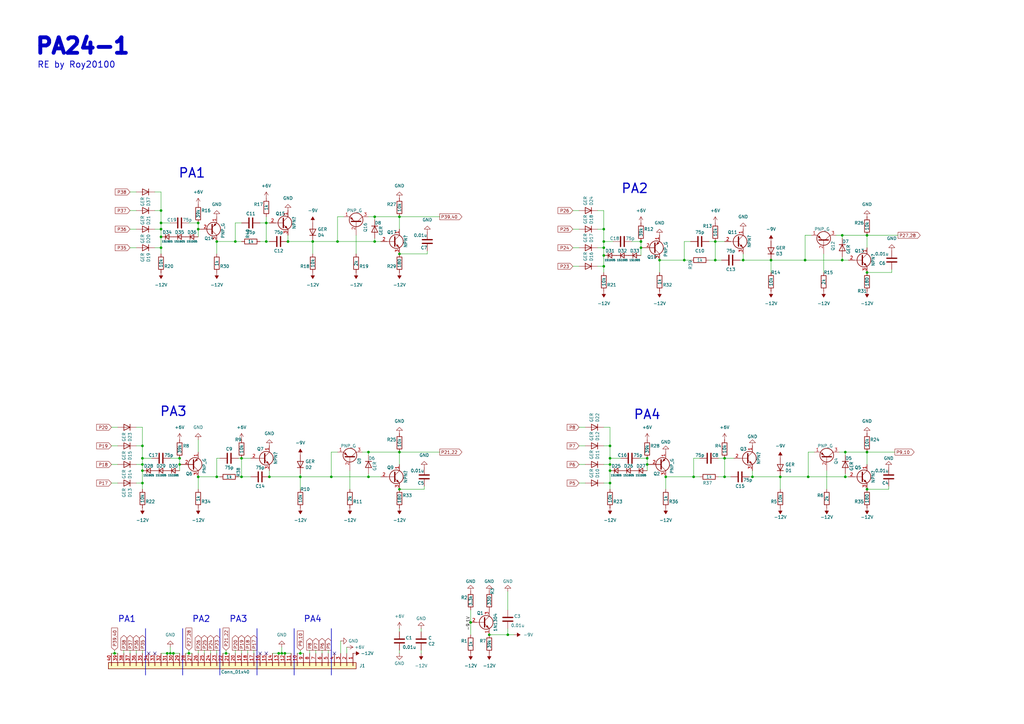
<source format=kicad_sch>
(kicad_sch (version 20250114) (generator "eeschema") (generator_version "9.0")
  (paper "A3")
  (text "PA4" (at 128.27 254 0) (effects (font (size 2.54 2.54) (thickness 0.3175))))
  (text "PA3" (at 71.12 168.91 0) (effects (font (size 3.81 3.81) (thickness 0.508) (bold yes))))
  (text "PA2" (at 260.35 77.47 0) (effects (font (size 3.81 3.81) (thickness 0.508) (bold yes))))
  (text "PA4" (at 265.43 170.18 0) (effects (font (size 3.81 3.81) (thickness 0.508) (bold yes))))
  (text "PA1" (at 78.74 71.12 0) (effects (font (size 3.81 3.81) (thickness 0.508) (bold yes))))
  (text "PA2" (at 82.55 254 0) (effects (font (size 2.54 2.54) (thickness 0.3175))))
  (text "PA24-1" (at 13.97 19.05 0) (effects (font (size 6.35 6.35) (thickness 2.54) (bold yes)) (justify left)))
  (text "RE by Roy20100" (at 15.24 26.67 0) (effects (font (size 2.54 2.54) (thickness 0.3175)) (justify left)))
  (text "PA1" (at 52.07 254 0) (effects (font (size 2.54 2.54) (thickness 0.3175))))
  (text "PA3" (at 97.79 254 0) (effects (font (size 2.54 2.54) (thickness 0.3175))))
  (junction (at 58.42 187.96))
  (junction (at 247.65 109.22))
  (junction (at 247.65 93.98))
  (junction (at 163.83 104.14))
  (junction (at 58.42 190.5))
  (junction (at 151.13 185.42))
  (junction (at 250.19 190.5))
  (junction (at 138.43 99.06))
  (junction (at 208.28 260.35))
  (junction (at 99.06 187.96))
  (junction (at 331.47 195.58))
  (junction (at 68.58 267.97))
  (junction (at 316.23 106.68))
  (junction (at 297.18 195.58))
  (junction (at 163.83 88.9))
  (junction (at 58.42 193.04))
  (junction (at 250.19 187.96))
  (junction (at 270.51 106.68))
  (junction (at 81.28 195.58))
  (junction (at 284.48 195.58))
  (junction (at 250.19 198.12))
  (junction (at 262.89 99.06))
  (junction (at 163.83 200.66))
  (junction (at 115.57 267.97))
  (junction (at 118.11 99.06))
  (junction (at 262.89 101.6))
  (junction (at 308.61 195.58))
  (junction (at 293.37 106.68))
  (junction (at 135.89 195.58))
  (junction (at 69.85 267.97))
  (junction (at 123.19 267.97))
  (junction (at 128.27 99.06))
  (junction (at 151.13 195.58))
  (junction (at 66.04 86.36))
  (junction (at 153.67 99.06))
  (junction (at 58.42 182.88))
  (junction (at 116.84 267.97))
  (junction (at 123.19 195.58))
  (junction (at 163.83 185.42))
  (junction (at 293.37 99.06))
  (junction (at 330.2 106.68))
  (junction (at 66.04 93.98))
  (junction (at 250.19 193.04))
  (junction (at 265.43 190.5))
  (junction (at 193.04 255.27))
  (junction (at 265.43 187.96))
  (junction (at 96.52 99.06))
  (junction (at 71.12 267.97))
  (junction (at 92.71 267.97))
  (junction (at 81.28 93.98))
  (junction (at 66.04 97.155))
  (junction (at 304.8 106.68))
  (junction (at 109.22 91.44))
  (junction (at 66.04 91.44))
  (junction (at 297.18 187.96))
  (junction (at 109.22 99.06))
  (junction (at 346.71 185.42))
  (junction (at 345.44 96.52))
  (junction (at 110.49 195.58))
  (junction (at 73.66 190.5))
  (junction (at 99.06 195.58))
  (junction (at 355.6 111.76))
  (junction (at 77.47 267.97))
  (junction (at 153.67 88.9))
  (junction (at 250.19 182.88))
  (junction (at 114.3 267.97))
  (junction (at 346.71 195.58))
  (junction (at 247.65 99.06))
  (junction (at 73.66 187.96))
  (junction (at 88.9 99.06))
  (junction (at 200.66 260.35))
  (junction (at 355.6 96.52))
  (junction (at 247.65 101.6))
  (junction (at 46.99 267.97))
  (junction (at 66.04 101.6))
  (junction (at 355.6 185.42))
  (junction (at 88.9 195.58))
  (junction (at 247.65 104.775))
  (junction (at 273.05 195.58))
  (junction (at 280.67 106.68))
  (junction (at 81.28 91.44))
  (junction (at 345.44 106.68))
  (junction (at 58.42 198.12))
  (junction (at 320.04 195.58))
  (junction (at 355.6 200.66))
  (no_connect (at 63.5 267.97))
  (no_connect (at 137.16 267.97))
  (no_connect (at 106.68 267.97))
  (no_connect (at 109.22 267.97))
  (no_connect (at 60.96 267.97))
  (wire (pts (xy 344.17 185.42) (xy 346.71 185.42)))
  (wire (pts (xy 265.43 187.96) (xy 265.43 190.5)))
  (wire (pts (xy 58.42 200.66) (xy 58.42 198.12)))
  (wire (pts (xy 234.95 101.6) (xy 237.49 101.6)))
  (wire (pts (xy 237.49 198.12) (xy 240.03 198.12)))
  (wire (pts (xy 304.8 106.68) (xy 316.23 106.68)))
  (wire (pts (xy 273.05 195.58) (xy 284.48 195.58)))
  (wire (pts (xy 66.04 104.14) (xy 66.04 101.6)))
  (wire (pts (xy 237.49 175.26) (xy 240.03 175.26)))
  (wire (pts (xy 172.72 267.97) (xy 172.72 266.7)))
  (wire (pts (xy 331.47 195.58) (xy 346.71 195.58)))
  (wire (pts (xy 121.92 267.97) (xy 123.19 267.97)))
  (wire (pts (xy 123.19 194.31) (xy 123.19 195.58)))
  (wire (pts (xy 53.34 93.98) (xy 55.88 93.98)))
  (wire (pts (xy 115.57 265.43) (xy 115.57 267.97)))
  (wire (pts (xy 293.37 99.06) (xy 297.18 99.06)))
  (wire (pts (xy 163.83 259.08) (xy 163.83 257.81)))
  (wire (pts (xy 81.28 91.44) (xy 81.28 93.98)))
  (wire (pts (xy 262.255 187.96) (xy 265.43 187.96)))
  (wire (pts (xy 364.49 200.66) (xy 355.6 200.66)))
  (wire (pts (xy 293.37 106.68) (xy 293.37 99.06)))
  (wire (pts (xy 308.61 195.58) (xy 307.34 195.58)))
  (wire (pts (xy 114.3 267.97) (xy 115.57 267.97)))
  (polyline (pts (xy 120.65 257.81) (xy 120.65 276.86)) (stroke (width 0.254)))
  (wire (pts (xy 68.58 267.97) (xy 69.85 267.97)))
  (wire (pts (xy 109.22 88.9) (xy 109.22 91.44)))
  (wire (pts (xy 128.27 99.06) (xy 128.27 104.14)))
  (wire (pts (xy 142.24 265.43) (xy 142.24 267.97)))
  (wire (pts (xy 96.52 266.7) (xy 96.52 267.97)))
  (wire (pts (xy 247.65 104.775) (xy 247.65 109.22)))
  (wire (pts (xy 66.04 267.97) (xy 68.58 267.97)))
  (wire (pts (xy 123.19 195.58) (xy 123.19 200.66)))
  (wire (pts (xy 345.44 96.52) (xy 355.6 96.52)))
  (wire (pts (xy 109.22 91.44) (xy 109.22 99.06)))
  (wire (pts (xy 97.79 195.58) (xy 99.06 195.58)))
  (wire (pts (xy 163.83 267.97) (xy 163.83 266.7)))
  (wire (pts (xy 245.11 93.98) (xy 247.65 93.98)))
  (wire (pts (xy 294.64 195.58) (xy 297.18 195.58)))
  (wire (pts (xy 77.47 91.44) (xy 81.28 91.44)))
  (wire (pts (xy 265.43 193.04) (xy 265.43 190.5)))
  (wire (pts (xy 250.19 187.96) (xy 250.19 190.5)))
  (wire (pts (xy 163.83 88.9) (xy 180.34 88.9)))
  (wire (pts (xy 77.47 267.97) (xy 78.74 267.97)))
  (wire (pts (xy 234.95 109.22) (xy 237.49 109.22)))
  (wire (pts (xy 297.18 187.96) (xy 297.18 195.58)))
  (wire (pts (xy 304.8 104.14) (xy 304.8 106.68)))
  (wire (pts (xy 71.12 267.97) (xy 73.66 267.97)))
  (wire (pts (xy 58.42 266.7) (xy 58.42 267.97)))
  (wire (pts (xy 280.67 106.68) (xy 283.21 106.68)))
  (wire (pts (xy 320.04 200.66) (xy 320.04 195.58)))
  (wire (pts (xy 53.34 86.36) (xy 55.88 86.36)))
  (wire (pts (xy 364.49 199.39) (xy 364.49 200.66)))
  (wire (pts (xy 55.88 182.88) (xy 58.42 182.88)))
  (wire (pts (xy 355.6 96.52) (xy 368.3 96.52)))
  (wire (pts (xy 123.19 266.7) (xy 123.19 267.97)))
  (wire (pts (xy 175.26 102.87) (xy 175.26 104.14)))
  (wire (pts (xy 127 266.7) (xy 127 267.97)))
  (wire (pts (xy 290.83 99.06) (xy 293.37 99.06)))
  (wire (pts (xy 308.61 193.04) (xy 308.61 195.58)))
  (wire (pts (xy 146.05 104.14) (xy 146.05 96.52)))
  (wire (pts (xy 55.88 198.12) (xy 58.42 198.12)))
  (wire (pts (xy 135.89 185.42) (xy 138.43 185.42)))
  (wire (pts (xy 96.52 91.44) (xy 96.52 99.06)))
  (polyline (pts (xy 59.69 257.81) (xy 59.69 276.86)) (stroke (width 0.254)))
  (wire (pts (xy 153.67 99.06) (xy 156.21 99.06)))
  (wire (pts (xy 81.28 195.58) (xy 88.9 195.58)))
  (wire (pts (xy 81.28 195.58) (xy 81.28 200.66)))
  (wire (pts (xy 208.28 242.57) (xy 208.28 250.19)))
  (wire (pts (xy 45.72 182.88) (xy 48.26 182.88)))
  (wire (pts (xy 346.71 185.42) (xy 355.6 185.42)))
  (wire (pts (xy 247.65 99.06) (xy 251.46 99.06)))
  (wire (pts (xy 92.71 266.7) (xy 92.71 267.97)))
  (wire (pts (xy 81.28 180.34) (xy 81.28 185.42)))
  (wire (pts (xy 116.84 267.97) (xy 119.38 267.97)))
  (wire (pts (xy 153.67 88.9) (xy 163.83 88.9)))
  (wire (pts (xy 104.14 266.7) (xy 104.14 267.97)))
  (wire (pts (xy 163.83 185.42) (xy 180.34 185.42)))
  (wire (pts (xy 69.85 187.96) (xy 73.66 187.96)))
  (wire (pts (xy 300.99 187.96) (xy 297.18 187.96)))
  (wire (pts (xy 283.21 99.06) (xy 280.67 99.06)))
  (wire (pts (xy 346.71 195.58) (xy 347.98 195.58)))
  (wire (pts (xy 193.04 250.19) (xy 193.04 255.27)))
  (wire (pts (xy 173.99 199.39) (xy 173.99 200.66)))
  (wire (pts (xy 99.06 195.58) (xy 99.06 187.96)))
  (wire (pts (xy 66.04 91.44) (xy 69.85 91.44)))
  (wire (pts (xy 163.83 88.9) (xy 163.83 93.98)))
  (wire (pts (xy 45.72 190.5) (xy 48.26 190.5)))
  (wire (pts (xy 342.9 96.52) (xy 345.44 96.52)))
  (wire (pts (xy 138.43 88.9) (xy 138.43 99.06)))
  (wire (pts (xy 346.71 195.58) (xy 346.71 194.31)))
  (wire (pts (xy 45.72 175.26) (xy 48.26 175.26)))
  (wire (pts (xy 280.67 99.06) (xy 280.67 106.68)))
  (wire (pts (xy 234.95 93.98) (xy 237.49 93.98)))
  (wire (pts (xy 330.2 96.52) (xy 330.2 106.68)))
  (wire (pts (xy 63.5 93.98) (xy 66.04 93.98)))
  (wire (pts (xy 163.83 200.66) (xy 173.99 200.66)))
  (wire (pts (xy 345.44 106.68) (xy 347.98 106.68)))
  (wire (pts (xy 262.89 99.06) (xy 262.89 101.6)))
  (wire (pts (xy 247.65 101.6) (xy 247.65 104.775)))
  (wire (pts (xy 140.97 88.9) (xy 138.43 88.9)))
  (wire (pts (xy 50.8 266.7) (xy 50.8 267.97)))
  (wire (pts (xy 151.13 88.9) (xy 153.67 88.9)))
  (wire (pts (xy 91.44 267.97) (xy 92.71 267.97)))
  (wire (pts (xy 330.2 106.68) (xy 345.44 106.68)))
  (wire (pts (xy 297.18 187.96) (xy 294.64 187.96)))
  (wire (pts (xy 58.42 193.04) (xy 58.42 198.12)))
  (wire (pts (xy 111.76 267.97) (xy 114.3 267.97)))
  (wire (pts (xy 247.65 190.5) (xy 250.19 190.5)))
  (wire (pts (xy 262.89 104.775) (xy 262.89 101.6)))
  (wire (pts (xy 109.22 91.44) (xy 110.49 91.44)))
  (wire (pts (xy 97.79 187.96) (xy 99.06 187.96)))
  (wire (pts (xy 58.42 190.5) (xy 58.42 193.04)))
  (wire (pts (xy 118.11 96.52) (xy 118.11 99.06)))
  (wire (pts (xy 287.02 187.96) (xy 284.48 187.96)))
  (wire (pts (xy 303.53 106.68) (xy 304.8 106.68)))
  (wire (pts (xy 320.04 195.58) (xy 331.47 195.58)))
  (wire (pts (xy 66.04 86.36) (xy 66.04 91.44)))
  (wire (pts (xy 90.17 195.58) (xy 88.9 195.58)))
  (wire (pts (xy 66.04 93.98) (xy 66.04 97.155)))
  (wire (pts (xy 81.28 266.7) (xy 81.28 267.97)))
  (wire (pts (xy 88.9 99.06) (xy 88.9 104.14)))
  (wire (pts (xy 247.65 111.76) (xy 247.65 109.22)))
  (wire (pts (xy 55.88 266.7) (xy 55.88 267.97)))
  (wire (pts (xy 53.34 266.7) (xy 53.34 267.97)))
  (wire (pts (xy 76.2 267.97) (xy 77.47 267.97)))
  (wire (pts (xy 200.66 260.35) (xy 208.28 260.35)))
  (wire (pts (xy 63.5 78.74) (xy 66.04 78.74)))
  (wire (pts (xy 96.52 91.44) (xy 99.06 91.44)))
  (wire (pts (xy 109.22 99.06) (xy 110.49 99.06)))
  (wire (pts (xy 99.06 266.7) (xy 99.06 267.97)))
  (wire (pts (xy 53.34 101.6) (xy 55.88 101.6)))
  (wire (pts (xy 250.19 187.96) (xy 254.635 187.96)))
  (wire (pts (xy 148.59 185.42) (xy 151.13 185.42)))
  (wire (pts (xy 175.26 104.14) (xy 163.83 104.14)))
  (wire (pts (xy 234.95 86.36) (xy 237.49 86.36)))
  (wire (pts (xy 365.76 110.49) (xy 365.76 111.76)))
  (wire (pts (xy 247.65 99.06) (xy 247.65 101.6)))
  (wire (pts (xy 81.28 97.155) (xy 81.28 93.98)))
  (wire (pts (xy 208.28 257.81) (xy 208.28 260.35)))
  (wire (pts (xy 77.47 266.7) (xy 77.47 267.97)))
  (wire (pts (xy 106.68 99.06) (xy 109.22 99.06)))
  (wire (pts (xy 129.54 266.7) (xy 129.54 267.97)))
  (wire (pts (xy 345.44 96.52) (xy 345.44 97.79)))
  (wire (pts (xy 45.72 267.97) (xy 46.99 267.97)))
  (wire (pts (xy 245.11 109.22) (xy 247.65 109.22)))
  (wire (pts (xy 69.85 265.43) (xy 69.85 267.97)))
  (wire (pts (xy 316.23 111.76) (xy 316.23 106.68)))
  (wire (pts (xy 63.5 101.6) (xy 66.04 101.6)))
  (wire (pts (xy 66.04 91.44) (xy 66.04 93.98)))
  (wire (pts (xy 99.06 187.96) (xy 102.87 187.96)))
  (wire (pts (xy 345.44 106.68) (xy 345.44 105.41)))
  (wire (pts (xy 118.11 99.06) (xy 128.27 99.06)))
  (wire (pts (xy 88.9 266.7) (xy 88.9 267.97)))
  (wire (pts (xy 250.19 175.26) (xy 250.19 182.88)))
  (wire (pts (xy 337.82 111.76) (xy 337.82 104.14)))
  (wire (pts (xy 45.72 198.12) (xy 48.26 198.12)))
  (wire (pts (xy 66.04 78.74) (xy 66.04 86.36)))
  (polyline (pts (xy 105.41 257.81) (xy 105.41 276.86)) (stroke (width 0.254)))
  (wire (pts (xy 92.71 267.97) (xy 93.98 267.97)))
  (wire (pts (xy 135.89 185.42) (xy 135.89 195.58)))
  (wire (pts (xy 69.85 267.97) (xy 71.12 267.97)))
  (wire (pts (xy 83.82 266.7) (xy 83.82 267.97)))
  (wire (pts (xy 139.7 262.89) (xy 139.7 267.97)))
  (wire (pts (xy 132.08 266.7) (xy 132.08 267.97)))
  (wire (pts (xy 163.83 185.42) (xy 163.83 190.5)))
  (polyline (pts (xy 90.17 257.81) (xy 90.17 276.86)) (stroke (width 0.254)))
  (wire (pts (xy 334.01 185.42) (xy 331.47 185.42)))
  (wire (pts (xy 153.67 97.79) (xy 153.67 99.06)))
  (wire (pts (xy 88.9 99.06) (xy 96.52 99.06)))
  (wire (pts (xy 247.65 93.98) (xy 247.65 99.06)))
  (wire (pts (xy 247.65 86.36) (xy 247.65 93.98)))
  (wire (pts (xy 247.65 198.12) (xy 250.19 198.12)))
  (wire (pts (xy 110.49 193.04) (xy 110.49 195.58)))
  (wire (pts (xy 134.62 266.7) (xy 134.62 267.97)))
  (wire (pts (xy 316.23 106.68) (xy 330.2 106.68)))
  (wire (pts (xy 355.6 190.5) (xy 355.6 185.42)))
  (wire (pts (xy 88.9 187.96) (xy 90.17 187.96)))
  (polyline (pts (xy 135.89 257.81) (xy 135.89 276.86)) (stroke (width 0.254)))
  (wire (pts (xy 86.36 266.7) (xy 86.36 267.97)))
  (wire (pts (xy 128.27 99.06) (xy 138.43 99.06)))
  (wire (pts (xy 163.83 185.42) (xy 151.13 185.42)))
  (wire (pts (xy 308.61 195.58) (xy 320.04 195.58)))
  (wire (pts (xy 290.83 106.68) (xy 293.37 106.68)))
  (wire (pts (xy 193.04 260.35) (xy 193.04 255.27)))
  (wire (pts (xy 250.19 190.5) (xy 250.19 193.04)))
  (wire (pts (xy 73.66 193.04) (xy 73.66 190.5)))
  (wire (pts (xy 46.99 266.7) (xy 46.99 267.97)))
  (wire (pts (xy 208.28 260.35) (xy 210.82 260.35)))
  (wire (pts (xy 237.49 190.5) (xy 240.03 190.5)))
  (wire (pts (xy 58.42 187.96) (xy 58.42 190.5)))
  (wire (pts (xy 331.47 185.42) (xy 331.47 195.58)))
  (wire (pts (xy 110.49 195.58) (xy 123.19 195.58)))
  (wire (pts (xy 63.5 86.36) (xy 66.04 86.36)))
  (wire (pts (xy 332.74 96.52) (xy 330.2 96.52)))
  (wire (pts (xy 250.19 182.88) (xy 250.19 187.96)))
  (polyline (pts (xy 74.93 257.81) (xy 74.93 276.86)) (stroke (width 0.254)))
  (wire (pts (xy 237.49 182.88) (xy 240.03 182.88)))
  (wire (pts (xy 66.04 97.155) (xy 66.04 101.6)))
  (wire (pts (xy 58.42 175.26) (xy 58.42 182.88)))
  (wire (pts (xy 46.99 267.97) (xy 48.26 267.97)))
  (wire (pts (xy 270.51 106.68) (xy 270.51 111.76)))
  (wire (pts (xy 138.43 99.06) (xy 153.67 99.06)))
  (wire (pts (xy 250.19 198.12) (xy 250.19 200.66)))
  (wire (pts (xy 270.51 106.68) (xy 280.67 106.68)))
  (wire (pts (xy 284.48 187.96) (xy 284.48 195.58)))
  (wire (pts (xy 355.6 185.42) (xy 367.03 185.42)))
  (wire (pts (xy 172.72 259.08) (xy 172.72 257.81)))
  (wire (pts (xy 123.19 195.58) (xy 135.89 195.58)))
  (wire (pts (xy 151.13 185.42) (xy 151.13 186.69)))
  (wire (pts (xy 53.34 78.74) (xy 55.88 78.74)))
  (wire (pts (xy 101.6 266.7) (xy 101.6 267.97)))
  (wire (pts (xy 153.67 88.9) (xy 153.67 90.17)))
  (wire (pts (xy 96.52 99.06) (xy 99.06 99.06)))
  (wire (pts (xy 365.76 111.76) (xy 355.6 111.76)))
  (wire (pts (xy 299.72 195.58) (xy 297.18 195.58)))
  (wire (pts (xy 151.13 195.58) (xy 156.21 195.58)))
  (wire (pts (xy 339.09 193.04) (xy 339.09 200.66)))
  (wire (pts (xy 151.13 194.31) (xy 151.13 195.58)))
  (wire (pts (xy 346.71 186.69) (xy 346.71 185.42)))
  (wire (pts (xy 250.19 193.04) (xy 250.19 198.12)))
  (wire (pts (xy 58.42 182.88) (xy 58.42 187.96)))
  (wire (pts (xy 58.42 187.96) (xy 62.23 187.96)))
  (wire (pts (xy 123.19 267.97) (xy 124.46 267.97)))
  (wire (pts (xy 355.6 96.52) (xy 355.6 101.6)))
  (wire (pts (xy 143.51 193.04) (xy 143.51 200.66)))
  (wire (pts (xy 115.57 267.97) (xy 116.84 267.97)))
  (wire (pts (xy 109.22 91.44) (xy 106.68 91.44)))
  (wire (pts (xy 73.66 187.96) (xy 73.66 190.5)))
  (wire (pts (xy 88.9 187.96) (xy 88.9 195.58)))
  (wire (pts (xy 99.06 195.58) (xy 102.87 195.58)))
  (wire (pts (xy 259.08 99.06) (xy 262.89 99.06)))
  (wire (pts (xy 284.48 195.58) (xy 287.02 195.58)))
  (wire (pts (xy 245.11 86.36) (xy 247.65 86.36)))
  (wire (pts (xy 245.11 101.6) (xy 247.65 101.6)))
  (wire (pts (xy 293.37 106.68) (xy 295.91 106.68)))
  (wire (pts (xy 273.05 195.58) (xy 273.05 200.66)))
  (wire (pts (xy 55.88 190.5) (xy 58.42 190.5)))
  (wire (pts (xy 247.65 182.88) (xy 250.19 182.88)))
  (wire (pts (xy 247.65 175.26) (xy 250.19 175.26)))
  (wire (pts (xy 135.89 195.58) (xy 151.13 195.58)))
  (wire (pts (xy 55.88 175.26) (xy 58.42 175.26)))
  (label "-9.1V" (at 193.04 252.73 270))
  (global_label "P39,40" (shape input) (at 46.99 266.7 90) (property "Intersheetrefs" "${INTERSHEET_REFS}" (effects (hide yes))))
  (global_label "P25" (shape input) (at 234.95 93.98 180) (property "Intersheetrefs" "${INTERSHEET_REFS}" (effects (hide yes))))
  (global_label "P7" (shape output) (at 129.54 266.7 90) (property "Intersheetrefs" "${INTERSHEET_REFS}" (effects (hide yes))))
  (global_label "P6" (shape output) (at 132.08 266.7 90) (property "Intersheetrefs" "${INTERSHEET_REFS}" (effects (hide yes))))
  (global_label "P21,22" (shape input) (at 92.71 266.7 90) (property "Intersheetrefs" "${INTERSHEET_REFS}" (effects (hide yes))))
  (global_label "P5" (shape input) (at 237.49 198.12 180) (property "Intersheetrefs" "${INTERSHEET_REFS}" (effects (hide yes))))
  (global_label "P35" (shape input) (at 53.34 101.6 180) (property "Intersheetrefs" "${INTERSHEET_REFS}" (effects (hide yes))))
  (global_label "P17" (shape input) (at 45.72 198.12 180) (property "Intersheetrefs" "${INTERSHEET_REFS}" (effects (hide yes))))
  (global_label "P26" (shape input) (at 234.95 86.36 180) (property "Intersheetrefs" "${INTERSHEET_REFS}" (effects (hide yes))))
  (global_label "P23" (shape output) (at 88.9 266.7 90) (property "Intersheetrefs" "${INTERSHEET_REFS}" (effects (hide yes))))
  (global_label "P27,28" (shape output) (at 368.3 96.52 0) (property "Intersheetrefs" "${INTERSHEET_REFS}" (effects (hide yes))))
  (global_label "P7" (shape input) (at 237.49 182.88 180) (property "Intersheetrefs" "${INTERSHEET_REFS}" (effects (hide yes))))
  (global_label "P39,40" (shape output) (at 180.34 88.9 0) (property "Intersheetrefs" "${INTERSHEET_REFS}" (effects (hide yes))))
  (global_label "P24" (shape input) (at 234.95 101.6 180) (property "Intersheetrefs" "${INTERSHEET_REFS}" (effects (hide yes))))
  (global_label "P5" (shape output) (at 134.62 266.7 90) (property "Intersheetrefs" "${INTERSHEET_REFS}" (effects (hide yes))))
  (global_label "P37" (shape output) (at 53.34 266.7 90) (property "Intersheetrefs" "${INTERSHEET_REFS}" (effects (hide yes))))
  (global_label "P26" (shape output) (at 81.28 266.7 90) (property "Intersheetrefs" "${INTERSHEET_REFS}" (effects (hide yes))))
  (global_label "P6" (shape input) (at 237.49 190.5 180) (property "Intersheetrefs" "${INTERSHEET_REFS}" (effects (hide yes))))
  (global_label "P25" (shape output) (at 83.82 266.7 90) (property "Intersheetrefs" "${INTERSHEET_REFS}" (effects (hide yes))))
  (global_label "P18" (shape output) (at 101.6 266.7 90) (property "Intersheetrefs" "${INTERSHEET_REFS}" (effects (hide yes))))
  (global_label "P27,28" (shape input) (at 77.47 266.7 90) (property "Intersheetrefs" "${INTERSHEET_REFS}" (effects (hide yes))))
  (global_label "P17" (shape output) (at 104.14 266.7 90) (property "Intersheetrefs" "${INTERSHEET_REFS}" (effects (hide yes))))
  (global_label "P8" (shape output) (at 127 266.7 90) (property "Intersheetrefs" "${INTERSHEET_REFS}" (effects (hide yes))))
  (global_label "P8" (shape input) (at 237.49 175.26 180) (property "Intersheetrefs" "${INTERSHEET_REFS}" (effects (hide yes))))
  (global_label "P36" (shape output) (at 55.88 266.7 90) (property "Intersheetrefs" "${INTERSHEET_REFS}" (effects (hide yes))))
  (global_label "P19" (shape output) (at 99.06 266.7 90) (property "Intersheetrefs" "${INTERSHEET_REFS}" (effects (hide yes))))
  (global_label "P19" (shape input) (at 45.72 182.88 180) (property "Intersheetrefs" "${INTERSHEET_REFS}" (effects (hide yes))))
  (global_label "P38" (shape input) (at 53.34 78.74 180) (property "Intersheetrefs" "${INTERSHEET_REFS}" (effects (hide yes))))
  (global_label "P21,22" (shape output) (at 180.34 185.42 0) (property "Intersheetrefs" "${INTERSHEET_REFS}" (effects (hide yes))))
  (global_label "P20" (shape output) (at 96.52 266.7 90) (property "Intersheetrefs" "${INTERSHEET_REFS}" (effects (hide yes))))
  (global_label "P23" (shape input) (at 234.95 109.22 180) (property "Intersheetrefs" "${INTERSHEET_REFS}" (effects (hide yes))))
  (global_label "P35" (shape output) (at 58.42 266.7 90) (property "Intersheetrefs" "${INTERSHEET_REFS}" (effects (hide yes))))
  (global_label "P9,10" (shape output) (at 367.03 185.42 0) (property "Intersheetrefs" "${INTERSHEET_REFS}" (effects (hide yes))))
  (global_label "P24" (shape output) (at 86.36 266.7 90) (property "Intersheetrefs" "${INTERSHEET_REFS}" (effects (hide yes))))
  (global_label "P36" (shape input) (at 53.34 93.98 180) (property "Intersheetrefs" "${INTERSHEET_REFS}" (effects (hide yes))))
  (global_label "P18" (shape input) (at 45.72 190.5 180) (property "Intersheetrefs" "${INTERSHEET_REFS}" (effects (hide yes))))
  (global_label "P20" (shape input) (at 45.72 175.26 180) (property "Intersheetrefs" "${INTERSHEET_REFS}" (effects (hide yes))))
  (global_label "P38" (shape output) (at 50.8 266.7 90) (property "Intersheetrefs" "${INTERSHEET_REFS}" (effects (hide yes))))
  (global_label "P37" (shape input) (at 53.34 86.36 180) (property "Intersheetrefs" "${INTERSHEET_REFS}" (effects (hide yes))))
  (global_label "P9,10" (shape input) (at 123.19 266.7 90) (property "Intersheetrefs" "${INTERSHEET_REFS}" (effects (hide yes))))
  (symbol (lib_id "Device:D_Small") (at 255.27 104.775 0) (unit 1)
    (property "Reference" "D32" (at 255.27 102.87 0))
    (property "Value" "1S1005" (at 255.27 106.68 0) (effects (font (size 0.762 0.762))))
    (property "Footprint" "Diode_THT:D_A-405_P12.70mm_Horizontal" (effects (hide yes)))
    (property "Description" "Diode, small symbol" (effects (hide yes)))
    (property "Sim.Device" "D" (effects (hide yes)))
    (property "Sim.Pins" "1=K 2=A" (effects (hide yes)))
  )
  (symbol (lib_id "Device:D_Small") (at 78.74 97.155 0) (unit 1)
    (property "Reference" "D36" (at 78.74 95.25 0))
    (property "Value" "1S1005" (at 78.74 99.06 0) (effects (font (size 0.762 0.762))))
    (property "Footprint" "Diode_THT:D_A-405_P12.70mm_Horizontal" (effects (hide yes)))
    (property "Description" "Diode, small symbol" (effects (hide yes)))
    (property "Sim.Device" "D" (effects (hide yes)))
    (property "Sim.Pins" "1=K 2=A" (effects (hide yes)))
  )
  (symbol (lib_id "Device:C") (at 173.99 195.58 0) (unit 1)
    (property "Reference" "C5" (at 173.99 198.12 0) (effects (justify right)))
    (property "Value" "0.01u" (at 173.99 193.04 0) (effects (justify right)))
    (property "Footprint" "Capacitor_THT:C_Axial_L5.1mm_D3.1mm_P15.00mm_Horizontal" (effects (hide yes)))
    (property "Description" "Unpolarized capacitor" (effects (hide yes)))
  )
  (symbol (lib_id "power:-12V") (at 193.04 267.97 180) (unit 1)
    (property "Reference" "#PWR040" (effects (hide yes)))
    (property "Value" "-12V" (at 193.04 273.05 0))
    (property "Description" "Power symbol creates a global label with name \"-12V\"" (effects (hide yes)))
  )
  (symbol (lib_id "Transistor_BJT:Q_NPN_CBE") (at 107.95 187.96 0) (unit 1)
    (property "Reference" "Q7" (at 105.41 184.15 0) (effects (justify left)))
    (property "Value" "NPN?" (at 113.03 190.5 90) (effects (justify left)))
    (property "Footprint" "Package_TO_SOT_THT:TO-5-3" (effects (hide yes)))
    (property "Description" "NPN transistor, collector/base/emitter" (effects (hide yes)))
  )
  (symbol (lib_id "power:-12V") (at 320.04 208.28 0) (mirror x) (unit 1)
    (property "Reference" "#PWR043" (effects (hide yes)))
    (property "Value" "-12V" (at 320.04 212.09 0))
    (property "Description" "Power symbol creates a global label with name \"-12V\"" (effects (hide yes)))
  )
  (symbol (lib_id "power:+6V") (at 293.37 91.44 0) (unit 1)
    (property "Reference" "#PWR011" (effects (hide yes)))
    (property "Value" "+6V" (at 293.37 86.36 0))
    (property "Description" "Power symbol creates a global label with name \"+6V\"" (effects (hide yes)))
  )
  (symbol (lib_id "power:+6V") (at 73.66 180.34 0) (mirror y) (unit 1)
    (property "Reference" "#PWR08" (effects (hide yes)))
    (property "Value" "+6V" (at 73.66 175.26 0))
    (property "Description" "Power symbol creates a global label with name \"+6V\"" (effects (hide yes)))
  )
  (symbol (lib_id "power:GND") (at 308.61 182.88 0) (mirror x) (unit 1)
    (property "Reference" "#PWR077" (effects (hide yes)))
    (property "Value" "GND" (at 308.61 179.07 0))
    (property "Description" "Power symbol creates a global label with name \"GND\" , ground" (effects (hide yes)))
  )
  (symbol (lib_id "power:-12V") (at 339.09 208.28 0) (mirror x) (unit 1)
    (property "Reference" "#PWR078" (effects (hide yes)))
    (property "Value" "-12V" (at 339.09 212.09 0))
    (property "Description" "Power symbol creates a global label with name \"-12V\"" (effects (hide yes)))
  )
  (symbol (lib_id "power:GND") (at 88.9 88.9 0) (mirror x) (unit 1)
    (property "Reference" "#PWR085" (effects (hide yes)))
    (property "Value" "GND" (at 88.9 83.82 0))
    (property "Description" "Power symbol creates a global label with name \"GND\" , ground" (effects (hide yes)))
  )
  (symbol (lib_id "Diode:1N4148") (at 52.07 198.12 180) (unit 1)
    (property "Reference" "D13" (at 53.2822 200.152 90) (effects (justify left)))
    (property "Value" "GER" (at 50.8579 200.152 90) (effects (justify left)))
    (property "Footprint" "Diode_THT:D_DO-34_SOD68_P12.70mm_Horizontal" (effects (hide yes)))
    (property "Datasheet" "https://assets.nexperia.com/documents/data-sheet/1N4148_1N4448.pdf" (effects (hide yes)))
    (property "Description" "100V 0.15A standard switching diode, DO-35" (effects (hide yes)))
    (property "Sim.Device" "D" (effects (hide yes)))
    (property "Sim.Pins" "1=K 2=A" (effects (hide yes)))
  )
  (symbol (lib_id "power:-12V") (at 128.27 111.76 0) (mirror x) (unit 1)
    (property "Reference" "#PWR048" (effects (hide yes)))
    (property "Value" "-12V" (at 128.27 116.84 0))
    (property "Description" "Power symbol creates a global label with name \"-12V\"" (effects (hide yes)))
  )
  (symbol (lib_id "Diode:1N4148") (at 151.13 190.5 270) (unit 1)
    (property "Reference" "D6" (at 151.13 187.96 90) (effects (justify left)))
    (property "Value" "GER" (at 153.67 189.23 0) (effects (justify left)))
    (property "Footprint" "Diode_THT:D_DO-34_SOD68_P12.70mm_Horizontal" (effects (hide yes)))
    (property "Datasheet" "https://assets.nexperia.com/documents/data-sheet/1N4148_1N4448.pdf" (effects (hide yes)))
    (property "Description" "100V 0.15A standard switching diode, DO-35" (effects (hide yes)))
    (property "Sim.Device" "D" (effects (hide yes)))
    (property "Sim.Pins" "1=K 2=A" (effects (hide yes)))
  )
  (symbol (lib_id "power:-12V") (at 88.9 111.76 0) (mirror x) (unit 1)
    (property "Reference" "#PWR075" (effects (hide yes)))
    (property "Value" "-12V" (at 88.9 116.84 0))
    (property "Description" "Power symbol creates a global label with name \"-12V\"" (effects (hide yes)))
  )
  (symbol (lib_id "Device:R") (at 88.9 107.95 180) (unit 1)
    (property "Reference" "R30" (at 90.17 109.22 0) (effects (justify right)))
    (property "Value" "1k" (at 88.9 107.95 90))
    (property "Footprint" "Resistor_THT:R_Axial_DIN0309_L9.0mm_D3.2mm_P15.24mm_Horizontal" (effects (hide yes)))
    (property "Description" "Resistor" (effects (hide yes)))
  )
  (symbol (lib_id "Device:R") (at 163.83 181.61 0) (unit 1)
    (property "Reference" "R25" (at 162.56 180.34 0) (effects (justify right)))
    (property "Value" "10k" (at 163.83 181.61 90))
    (property "Footprint" "Resistor_THT:R_Axial_DIN0309_L9.0mm_D3.2mm_P15.24mm_Horizontal" (effects (hide yes)))
    (property "Description" "Resistor" (effects (hide yes)))
  )
  (symbol (lib_id "Diode:1N4148") (at 153.67 93.98 270) (unit 1)
    (property "Reference" "D8" (at 153.67 91.44 90) (effects (justify left)))
    (property "Value" "GER" (at 156.21 92.71 0) (effects (justify left)))
    (property "Footprint" "Diode_THT:D_DO-34_SOD68_P12.70mm_Horizontal" (effects (hide yes)))
    (property "Datasheet" "https://assets.nexperia.com/documents/data-sheet/1N4148_1N4448.pdf" (effects (hide yes)))
    (property "Description" "100V 0.15A standard switching diode, DO-35" (effects (hide yes)))
    (property "Sim.Device" "D" (effects (hide yes)))
    (property "Sim.Pins" "1=K 2=A" (effects (hide yes)))
  )
  (symbol (lib_id "power:-12V") (at 144.78 267.97 270) (unit 1)
    (property "Reference" "#PWR039" (effects (hide yes)))
    (property "Value" "-12V" (at 147.955 267.97 90) (effects (justify left)))
    (property "Description" "Power symbol creates a global label with name \"-12V\"" (effects (hide yes)))
  )
  (symbol (lib_id "Diode:1N4148") (at 346.71 190.5 90) (mirror x) (unit 1)
    (property "Reference" "D5" (at 346.71 187.96 90) (effects (justify right)))
    (property "Value" "GER" (at 349.25 189.23 0) (effects (justify left)))
    (property "Footprint" "Diode_THT:D_DO-34_SOD68_P12.70mm_Horizontal" (effects (hide yes)))
    (property "Datasheet" "https://assets.nexperia.com/documents/data-sheet/1N4148_1N4448.pdf" (effects (hide yes)))
    (property "Description" "100V 0.15A standard switching diode, DO-35" (effects (hide yes)))
    (property "Sim.Device" "D" (effects (hide yes)))
    (property "Sim.Pins" "1=K 2=A" (effects (hide yes)))
  )
  (symbol (lib_id "power:GND") (at 304.8 93.98 0) (mirror x) (unit 1)
    (property "Reference" "#PWR083" (effects (hide yes)))
    (property "Value" "GND" (at 304.8 88.9 0))
    (property "Description" "Power symbol creates a global label with name \"GND\" , ground" (effects (hide yes)))
  )
  (symbol (lib_id "power:GND") (at 273.05 185.42 0) (mirror x) (unit 1)
    (property "Reference" "#PWR076" (effects (hide yes)))
    (property "Value" "GND" (at 273.05 181.2869 0))
    (property "Description" "Power symbol creates a global label with name \"GND\" , ground" (effects (hide yes)))
  )
  (symbol (lib_id "power:-12V") (at 247.65 119.38 180) (unit 1)
    (property "Reference" "#PWR051" (effects (hide yes)))
    (property "Value" "-12V" (at 247.65 124.46 0))
    (property "Description" "Power symbol creates a global label with name \"-12V\"" (effects (hide yes)))
  )
  (symbol (lib_id "Device:D_Small") (at 60.96 193.04 0) (unit 1)
    (property "Reference" "D28" (at 60.96 191.135 0))
    (property "Value" "1S1005" (at 60.96 194.945 0) (effects (font (size 0.762 0.762))))
    (property "Footprint" "Diode_THT:D_A-405_P12.70mm_Horizontal" (effects (hide yes)))
    (property "Description" "Diode, small symbol" (effects (hide yes)))
    (property "Sim.Device" "D" (effects (hide yes)))
    (property "Sim.Pins" "1=K 2=A" (effects (hide yes)))
  )
  (symbol (lib_id "Device:R") (at 273.05 204.47 180) (unit 1)
    (property "Reference" "R36" (at 274.32 205.74 0) (effects (justify right)))
    (property "Value" "1k" (at 273.05 204.47 90))
    (property "Footprint" "Resistor_THT:R_Axial_DIN0309_L9.0mm_D3.2mm_P15.24mm_Horizontal" (effects (hide yes)))
    (property "Description" "Resistor" (effects (hide yes)))
  )
  (symbol (lib_id "Device:C") (at 106.68 195.58 90) (unit 1)
    (property "Reference" "C14" (at 106.68 199.39 90))
    (property "Value" "75p" (at 106.68 191.77 90))
    (property "Footprint" "Capacitor_THT:C_Rect_L7.0mm_W2.0mm_P5.00mm" (effects (hide yes)))
    (property "Description" "Unpolarized capacitor" (effects (hide yes)))
  )
  (symbol (lib_id "Diode:1N4148") (at 59.69 101.6 180) (unit 1)
    (property "Reference" "D19" (at 60.9022 103.632 90) (effects (justify left)))
    (property "Value" "GER" (at 58.4779 103.632 90) (effects (justify left)))
    (property "Footprint" "Diode_THT:D_DO-34_SOD68_P12.70mm_Horizontal" (effects (hide yes)))
    (property "Datasheet" "https://assets.nexperia.com/documents/data-sheet/1N4148_1N4448.pdf" (effects (hide yes)))
    (property "Description" "100V 0.15A standard switching diode, DO-35" (effects (hide yes)))
    (property "Sim.Device" "D" (effects (hide yes)))
    (property "Sim.Pins" "1=K 2=A" (effects (hide yes)))
  )
  (symbol (lib_id "Device:C") (at 114.3 99.06 90) (unit 1)
    (property "Reference" "C12" (at 114.3 102.87 90))
    (property "Value" "75p" (at 114.3 95.25 90))
    (property "Footprint" "Capacitor_THT:C_Rect_L7.0mm_W2.0mm_P5.00mm" (effects (hide yes)))
    (property "Description" "Unpolarized capacitor" (effects (hide yes)))
  )
  (symbol (lib_id "Diode:1N4148") (at 241.3 93.98 0) (mirror y) (unit 1)
    (property "Reference" "D18" (at 242.5122 91.948 90) (effects (justify left)))
    (property "Value" "GER" (at 240.0879 91.948 90) (effects (justify left)))
    (property "Footprint" "Diode_THT:D_DO-34_SOD68_P12.70mm_Horizontal" (effects (hide yes)))
    (property "Datasheet" "https://assets.nexperia.com/documents/data-sheet/1N4148_1N4448.pdf" (effects (hide yes)))
    (property "Description" "100V 0.15A standard switching diode, DO-35" (effects (hide yes)))
    (property "Sim.Device" "D" (effects (hide yes)))
    (property "Sim.Pins" "1=K 2=A" (effects (hide yes)))
  )
  (symbol (lib_id "Device:R") (at 355.6 204.47 0) (mirror x) (unit 1)
    (property "Reference" "R35" (at 354.33 205.74 0) (effects (justify right)))
    (property "Value" "180" (at 355.6 204.47 90))
    (property "Footprint" "Resistor_THT:R_Axial_DIN0309_L9.0mm_D3.2mm_P15.24mm_Horizontal" (effects (hide yes)))
    (property "Description" "Resistor" (effects (hide yes)))
  )
  (symbol (lib_id "Diode:1N4148") (at 59.69 93.98 180) (unit 1)
    (property "Reference" "D20" (at 60.9022 96.012 90) (effects (justify left)))
    (property "Value" "GER" (at 58.4779 96.012 90) (effects (justify left)))
    (property "Footprint" "Diode_THT:D_DO-34_SOD68_P12.70mm_Horizontal" (effects (hide yes)))
    (property "Datasheet" "https://assets.nexperia.com/documents/data-sheet/1N4148_1N4448.pdf" (effects (hide yes)))
    (property "Description" "100V 0.15A standard switching diode, DO-35" (effects (hide yes)))
    (property "Sim.Device" "D" (effects (hide yes)))
    (property "Sim.Pins" "1=K 2=A" (effects (hide yes)))
  )
  (symbol (lib_id "Device:C") (at 299.72 106.68 90) (unit 1)
    (property "Reference" "C13" (at 299.72 110.49 90))
    (property "Value" "75p" (at 299.72 102.87 90))
    (property "Footprint" "Capacitor_THT:C_Rect_L7.0mm_W2.0mm_P5.00mm" (effects (hide yes)))
    (property "Description" "Unpolarized capacitor" (effects (hide yes)))
  )
  (symbol (lib_id "power:GND") (at 364.49 191.77 0) (mirror x) (unit 1)
    (property "Reference" "#PWR060" (effects (hide yes)))
    (property "Value" "GND" (at 364.49 187.96 0))
    (property "Description" "Power symbol creates a global label with name \"GND\" , ground" (effects (hide yes)))
  )
  (symbol (lib_id "Device:C") (at 163.83 262.89 180) (unit 1)
    (property "Reference" "C1" (at 166.37 261.62 0) (effects (justify right)))
    (property "Value" "0.01u" (at 165.1 265.43 0) (effects (justify right)))
    (property "Footprint" "Capacitor_THT:C_Axial_L5.1mm_D3.1mm_P15.00mm_Horizontal" (effects (hide yes)))
    (property "Description" "Unpolarized capacitor" (effects (hide yes)))
  )
  (symbol (lib_id "power:GND") (at 200.66 242.57 0) (mirror x) (unit 1)
    (property "Reference" "#PWR059" (effects (hide yes)))
    (property "Value" "GND" (at 200.66 238.4369 0))
    (property "Description" "Power symbol creates a global label with name \"GND\" , ground" (effects (hide yes)))
  )
  (symbol (lib_id "Device:R") (at 316.23 115.57 0) (mirror x) (unit 1)
    (property "Reference" "R14" (at 316.23 111.76 0) (effects (justify left)))
    (property "Value" "10k" (at 316.23 115.57 90))
    (property "Footprint" "Resistor_THT:R_Axial_DIN0309_L9.0mm_D3.2mm_P15.24mm_Horizontal" (effects (hide yes)))
    (property "Description" "Resistor" (effects (hide yes)))
  )
  (symbol (lib_id "Device:C") (at 365.76 106.68 0) (unit 1)
    (property "Reference" "C6" (at 363.22 107.95 0) (effects (justify right)))
    (property "Value" "0.01u" (at 364.49 104.14 0) (effects (justify right)))
    (property "Footprint" "Capacitor_THT:C_Axial_L5.1mm_D3.1mm_P15.00mm_Horizontal" (effects (hide yes)))
    (property "Description" "Unpolarized capacitor" (effects (hide yes)))
  )
  (symbol (lib_id "power:GND") (at 270.51 96.52 0) (mirror x) (unit 1)
    (property "Reference" "#PWR082" (effects (hide yes)))
    (property "Value" "GND" (at 270.51 91.44 0))
    (property "Description" "Power symbol creates a global label with name \"GND\" , ground" (effects (hide yes)))
  )
  (symbol (lib_id "Device:C") (at 364.49 195.58 0) (unit 1)
    (property "Reference" "C4" (at 364.49 198.12 0) (effects (justify right)))
    (property "Value" "0.01u" (at 364.49 193.04 0) (effects (justify right)))
    (property "Footprint" "Capacitor_THT:C_Axial_L5.1mm_D3.1mm_P15.00mm_Horizontal" (effects (hide yes)))
    (property "Description" "Unpolarized capacitor" (effects (hide yes)))
  )
  (symbol (lib_id "Device:C") (at 93.98 187.96 270) (unit 1)
    (property "Reference" "C9" (at 93.98 184.15 90))
    (property "Value" "75p" (at 93.98 191.77 90))
    (property "Footprint" "Capacitor_THT:C_Rect_L7.0mm_W2.0mm_P5.00mm" (effects (hide yes)))
    (property "Description" "Unpolarized capacitor" (effects (hide yes)))
  )
  (symbol (lib_id "power:+6V") (at 142.24 265.43 270) (unit 1)
    (property "Reference" "#PWR01" (effects (hide yes)))
    (property "Value" "+6V" (at 145.415 265.43 90) (effects (justify left)))
    (property "Description" "Power symbol creates a global label with name \"+6V\"" (effects (hide yes)))
  )
  (symbol (lib_id "Device:C") (at 287.02 99.06 90) (unit 1)
    (property "Reference" "C10" (at 287.02 102.87 90))
    (property "Value" "75p" (at 287.02 95.25 90))
    (property "Footprint" "Capacitor_THT:C_Rect_L7.0mm_W2.0mm_P5.00mm" (effects (hide yes)))
    (property "Description" "Unpolarized capacitor" (effects (hide yes)))
  )
  (symbol (lib_id "Device:R") (at 320.04 204.47 0) (mirror x) (unit 1)
    (property "Reference" "R5" (at 318.77 205.74 0) (effects (justify right)))
    (property "Value" "10k" (at 320.04 204.47 90))
    (property "Footprint" "Resistor_THT:R_Axial_DIN0309_L9.0mm_D3.2mm_P15.24mm_Horizontal" (effects (hide yes)))
    (property "Description" "Resistor" (effects (hide yes)))
  )
  (symbol (lib_id "power:GND") (at 139.7 262.89 90) (unit 1)
    (property "Reference" "#PWR03" (effects (hide yes)))
    (property "Value" "GND" (at 142.875 262.89 90) (effects (justify right)))
    (property "Description" "Power symbol creates a global label with name \"GND\" , ground" (effects (hide yes)))
  )
  (symbol (lib_id "Device:R") (at 102.87 99.06 90) (mirror x) (unit 1)
    (property "Reference" "R40" (at 101.6 97.79 0) (effects (justify right)))
    (property "Value" "1k" (at 102.87 99.06 90))
    (property "Footprint" "Resistor_THT:R_Axial_DIN0309_L9.0mm_D3.2mm_P15.24mm_Horizontal" (effects (hide yes)))
    (property "Description" "Resistor" (effects (hide yes)))
  )
  (symbol (lib_id "power:-12V") (at 355.6 208.28 180) (unit 1)
    (property "Reference" "#PWR071" (effects (hide yes)))
    (property "Value" "-12V" (at 355.6 212.09 0))
    (property "Description" "Power symbol creates a global label with name \"-12V\"" (effects (hide yes)))
  )
  (symbol (lib_id "Device:Q_PNP_EBC") (at 146.05 91.44 270) (mirror x) (unit 1)
    (property "Reference" "Q16" (at 149.86 95.25 0) (effects (justify left)))
    (property "Value" "PNP_G" (at 142.24 86.36 90) (effects (justify left)))
    (property "Footprint" "Package_TO_SOT_THT:TO-5-3" (effects (hide yes)))
    (property "Description" "PNP transistor, emitter/base/collector" (effects (hide yes)))
  )
  (symbol (lib_id "Transistor_BJT:Q_NPN_CBE") (at 306.07 187.96 0) (unit 1)
    (property "Reference" "Q3" (at 303.53 184.15 0) (effects (justify left)))
    (property "Value" "NPN?" (at 311.15 190.5 90) (effects (justify left)))
    (property "Footprint" "Package_TO_SOT_THT:TO-5-3" (effects (hide yes)))
    (property "Description" "NPN transistor, collector/base/emitter" (effects (hide yes)))
  )
  (symbol (lib_id "power:-12V") (at 172.72 267.97 0) (mirror x) (unit 1)
    (property "Reference" "#PWR056" (effects (hide yes)))
    (property "Value" "-12V" (at 172.72 273.05 0))
    (property "Description" "Power symbol creates a global label with name \"-12V\"" (effects (hide yes)))
  )
  (symbol (lib_id "power:+6V") (at 265.43 180.34 0) (mirror y) (unit 1)
    (property "Reference" "#PWR06" (effects (hide yes)))
    (property "Value" "+6V" (at 265.43 175.26 0))
    (property "Description" "Power symbol creates a global label with name \"+6V\"" (effects (hide yes)))
  )
  (symbol (lib_id "power:GND") (at 175.26 95.25 0) (mirror x) (unit 1)
    (property "Reference" "#PWR064" (effects (hide yes)))
    (property "Value" "GND" (at 175.26 90.17 0))
    (property "Description" "Power symbol creates a global label with name \"GND\" , ground" (effects (hide yes)))
  )
  (symbol (lib_id "Transistor_BJT:Q_NPN_CBE") (at 353.06 106.68 0) (unit 1)
    (property "Reference" "Q13" (at 350.52 102.87 0) (effects (justify left)))
    (property "Value" "NPN?" (at 358.14 109.22 90) (effects (justify left)))
    (property "Footprint" "Package_TO_SOT_THT:TO-5-3" (effects (hide yes)))
    (property "Description" "NPN transistor, collector/base/emitter" (effects (hide yes)))
  )
  (symbol (lib_id "power:GND") (at 355.6 177.8 180) (unit 1)
    (property "Reference" "#PWR061" (effects (hide yes)))
    (property "Value" "GND" (at 355.6 172.72 0))
    (property "Description" "Power symbol creates a global label with name \"GND\" , ground" (effects (hide yes)))
  )
  (symbol (lib_id "power:GND") (at 81.28 180.34 0) (mirror x) (unit 1)
    (property "Reference" "#PWR081" (effects (hide yes)))
    (property "Value" "GND" (at 81.28 175.26 0))
    (property "Description" "Power symbol creates a global label with name \"GND\" , ground" (effects (hide yes)))
  )
  (symbol (lib_id "power:-12V") (at 355.6 119.38 180) (unit 1)
    (property "Reference" "#PWR068" (effects (hide yes)))
    (property "Value" "-12V" (at 355.6 124.46 0))
    (property "Description" "Power symbol creates a global label with name \"-12V\"" (effects (hide yes)))
  )
  (symbol (lib_id "Diode:1N4148") (at 59.69 78.74 180) (unit 1)
    (property "Reference" "D37" (at 60.9022 80.772 90) (effects (justify left)))
    (property "Value" "GER" (at 58.4779 80.772 90) (effects (justify left)))
    (property "Footprint" "Diode_THT:D_DO-34_SOD68_P12.70mm_Horizontal" (effects (hide yes)))
    (property "Datasheet" "https://assets.nexperia.com/documents/data-sheet/1N4148_1N4448.pdf" (effects (hide yes)))
    (property "Description" "100V 0.15A standard switching diode, DO-35" (effects (hide yes)))
    (property "Sim.Device" "D" (effects (hide yes)))
    (property "Sim.Pins" "1=K 2=A" (effects (hide yes)))
  )
  (symbol (lib_id "Connector_Generic:Conn_01x40") (at 96.52 273.05 270) (unit 1)
    (property "Reference" "J1" (at 148.59 273.05 90))
    (property "Value" "Conn_01x40" (at 96.52 275.59 90))
    (property "Footprint" "Logi620:ELCO 40" (effects (hide yes)))
    (property "Description" "Generic connector, single row, 01x40, script generated (kicad-library-utils/schlib/autogen/connector/)" (effects (hide yes)))
  )
  (symbol (lib_id "Device:C") (at 303.53 195.58 90) (unit 1)
    (property "Reference" "C15" (at 303.53 199.39 90))
    (property "Value" "75p" (at 304.8 196.85 90) (effects (justify right)))
    (property "Footprint" "Capacitor_THT:C_Rect_L7.0mm_W2.0mm_P5.00mm" (effects (hide yes)))
    (property "Description" "Unpolarized capacitor" (effects (hide yes)))
  )
  (symbol (lib_id "power:GND") (at 163.83 267.97 0) (mirror y) (unit 1)
    (property "Reference" "#PWR055" (effects (hide yes)))
    (property "Value" "GND" (at 163.83 272.1031 0))
    (property "Description" "Power symbol creates a global label with name \"GND\" , ground" (effects (hide yes)))
  )
  (symbol (lib_id "Device:R") (at 66.04 107.95 180) (unit 1)
    (property "Reference" "R20" (at 67.31 109.22 0) (effects (justify right)))
    (property "Value" "10k" (at 66.04 107.95 90))
    (property "Footprint" "Resistor_THT:R_Axial_DIN0309_L9.0mm_D3.2mm_P15.24mm_Horizontal" (effects (hide yes)))
    (property "Description" "Resistor" (effects (hide yes)))
  )
  (symbol (lib_id "power:GND") (at 69.85 265.43 180) (unit 1)
    (property "Reference" "#PWR05" (effects (hide yes)))
    (property "Value" "GND" (at 69.85 260.35 0))
    (property "Description" "Power symbol creates a global label with name \"GND\" , ground" (effects (hide yes)))
  )
  (symbol (lib_id "power:GND") (at 163.83 177.8 0) (mirror x) (unit 1)
    (property "Reference" "#PWR063" (effects (hide yes)))
    (property "Value" "GND" (at 163.83 172.72 0))
    (property "Description" "Power symbol creates a global label with name \"GND\" , ground" (effects (hide yes)))
  )
  (symbol (lib_id "Device:C") (at 175.26 99.06 0) (unit 1)
    (property "Reference" "C7" (at 175.26 101.6 0) (effects (justify right)))
    (property "Value" "0.01u" (at 175.26 96.52 0) (effects (justify right)))
    (property "Footprint" "Capacitor_THT:C_Axial_L5.1mm_D3.1mm_P15.00mm_Horizontal" (effects (hide yes)))
    (property "Description" "Unpolarized capacitor" (effects (hide yes)))
  )
  (symbol (lib_id "Diode:1N4148") (at 345.44 101.6 270) (unit 1)
    (property "Reference" "D7" (at 345.44 99.06 90) (effects (justify left)))
    (property "Value" "GER" (at 347.98 100.33 0) (effects (justify left)))
    (property "Footprint" "Diode_THT:D_DO-34_SOD68_P12.70mm_Horizontal" (effects (hide yes)))
    (property "Datasheet" "https://assets.nexperia.com/documents/data-sheet/1N4148_1N4448.pdf" (effects (hide yes)))
    (property "Description" "100V 0.15A standard switching diode, DO-35" (effects (hide yes)))
    (property "Sim.Device" "D" (effects (hide yes)))
    (property "Sim.Pins" "1=K 2=A" (effects (hide yes)))
  )
  (symbol (lib_id "power:GND") (at 193.04 242.57 0) (mirror x) (unit 1)
    (property "Reference" "#PWR058" (effects (hide yes)))
    (property "Value" "GND" (at 193.04 238.4369 0))
    (property "Description" "Power symbol creates a global label with name \"GND\" , ground" (effects (hide yes)))
  )
  (symbol (lib_id "Diode:1N4148") (at 123.19 190.5 270) (mirror x) (unit 1)
    (property "Reference" "D2" (at 125.222 191.7122 90) (effects (justify left)))
    (property "Value" "GER" (at 125.222 189.2879 90) (effects (justify left)))
    (property "Footprint" "Diode_THT:D_DO-34_SOD68_P12.70mm_Horizontal" (effects (hide yes)))
    (property "Datasheet" "https://assets.nexperia.com/documents/data-sheet/1N4148_1N4448.pdf" (effects (hide yes)))
    (property "Description" "100V 0.15A standard switching diode, DO-35" (effects (hide yes)))
    (property "Sim.Device" "D" (effects (hide yes)))
    (property "Sim.Pins" "1=K 2=A" (effects (hide yes)))
  )
  (symbol (lib_id "power:-9V") (at 123.19 186.69 0) (unit 1)
    (property "Reference" "#PWR019" (effects (hide yes)))
    (property "Value" "-9V" (at 123.19 181.61 0))
    (property "Description" "Power symbol creates a global label with name \"-9V\"" (effects (hide yes)))
  )
  (symbol (lib_id "Device:C") (at 172.72 262.89 0) (mirror y) (unit 1)
    (property "Reference" "C2" (at 175.641 264.1022 0) (effects (justify right)))
    (property "Value" "C" (at 175.641 261.6779 0) (effects (justify right)))
    (property "Footprint" "Capacitor_THT:C_Axial_L12.0mm_D6.5mm_P20.00mm_Horizontal" (effects (hide yes)))
    (property "Description" "Unpolarized capacitor" (effects (hide yes)))
  )
  (symbol (lib_id "Device:Q_PNP_EBC") (at 267.97 101.6 0) (mirror x) (unit 1)
    (property "Reference" "Q10" (at 265.43 105.41 0) (effects (justify left)))
    (property "Value" "PNP_G" (at 273.05 99.06 90) (effects (justify left)))
    (property "Footprint" "Package_TO_SOT_THT:TO-5-3" (effects (hide yes)))
    (property "Description" "PNP transistor, emitter/base/collector" (effects (hide yes)))
  )
  (symbol (lib_id "Device:Q_PNP_EBC") (at 86.36 93.98 0) (mirror x) (unit 1)
    (property "Reference" "Q14" (at 83.82 97.79 0) (effects (justify left)))
    (property "Value" "PNP_G" (at 91.44 91.44 90) (effects (justify left)))
    (property "Footprint" "Package_TO_SOT_THT:TO-5-3" (effects (hide yes)))
    (property "Description" "PNP transistor, emitter/base/collector" (effects (hide yes)))
  )
  (symbol (lib_id "Device:R") (at 339.09 204.47 0) (unit 1)
    (property "Reference" "R6" (at 337.82 203.2 0) (effects (justify right)))
    (property "Value" "2k" (at 339.09 204.47 90))
    (property "Footprint" "Resistor_THT:R_Axial_DIN0309_L9.0mm_D3.2mm_P15.24mm_Horizontal" (effects (hide yes)))
    (property "Description" "Resistor" (effects (hide yes)))
  )
  (symbol (lib_id "power:-12V") (at 337.82 119.38 180) (unit 1)
    (property "Reference" "#PWR047" (effects (hide yes)))
    (property "Value" "-12V" (at 337.82 124.46 0))
    (property "Description" "Power symbol creates a global label with name \"-12V\"" (effects (hide yes)))
  )
  (symbol (lib_id "Device:R") (at 337.82 115.57 180) (unit 1)
    (property "Reference" "R15" (at 337.82 111.76 0) (effects (justify right)))
    (property "Value" "2k" (at 337.82 115.57 90))
    (property "Footprint" "Resistor_THT:R_Axial_DIN0309_L9.0mm_D3.2mm_P15.24mm_Horizontal" (effects (hide yes)))
    (property "Description" "Resistor" (effects (hide yes)))
  )
  (symbol (lib_id "Device:R") (at 355.6 181.61 0) (mirror y) (unit 1)
    (property "Reference" "R24" (at 356.87 180.34 0) (effects (justify right)))
    (property "Value" "10k" (at 355.6 181.61 90))
    (property "Footprint" "Resistor_THT:R_Axial_DIN0309_L9.0mm_D3.2mm_P15.24mm_Horizontal" (effects (hide yes)))
    (property "Description" "Resistor" (effects (hide yes)))
  )
  (symbol (lib_id "power:-9V") (at 128.27 91.44 0) (unit 1)
    (property "Reference" "#PWR020" (effects (hide yes)))
    (property "Value" "-9V" (at 128.27 86.36 0))
    (property "Description" "Power symbol creates a global label with name \"-9V\"" (effects (hide yes)))
  )
  (symbol (lib_id "power:GND") (at 163.83 81.28 0) (mirror x) (unit 1)
    (property "Reference" "#PWR065" (effects (hide yes)))
    (property "Value" "GND" (at 163.83 76.2 0))
    (property "Description" "Power symbol creates a global label with name \"GND\" , ground" (effects (hide yes)))
  )
  (symbol (lib_id "power:-12V") (at 250.19 208.28 180) (unit 1)
    (property "Reference" "#PWR052" (effects (hide yes)))
    (property "Value" "-12V" (at 250.19 213.36 0))
    (property "Description" "Power symbol creates a global label with name \"-12V\"" (effects (hide yes)))
  )
  (symbol (lib_id "Diode:1N4148") (at 52.07 182.88 180) (unit 1)
    (property "Reference" "D15" (at 53.2822 184.912 90) (effects (justify left)))
    (property "Value" "GER" (at 50.8579 184.912 90) (effects (justify left)))
    (property "Footprint" "Diode_THT:D_DO-34_SOD68_P12.70mm_Horizontal" (effects (hide yes)))
    (property "Datasheet" "https://assets.nexperia.com/documents/data-sheet/1N4148_1N4448.pdf" (effects (hide yes)))
    (property "Description" "100V 0.15A standard switching diode, DO-35" (effects (hide yes)))
    (property "Sim.Device" "D" (effects (hide yes)))
    (property "Sim.Pins" "1=K 2=A" (effects (hide yes)))
  )
  (symbol (lib_id "Device:D_Small") (at 68.58 97.155 0) (unit 1)
    (property "Reference" "D34" (at 68.58 95.25 0))
    (property "Value" "1S1005" (at 68.58 99.06 0) (effects (font (size 0.762 0.762))))
    (property "Footprint" "Diode_THT:D_A-405_P12.70mm_Horizontal" (effects (hide yes)))
    (property "Description" "Diode, small symbol" (effects (hide yes)))
    (property "Sim.Device" "D" (effects (hide yes)))
    (property "Sim.Pins" "1=K 2=A" (effects (hide yes)))
  )
  (symbol (lib_id "power:-12V") (at 163.83 208.28 180) (unit 1)
    (property "Reference" "#PWR072" (effects (hide yes)))
    (property "Value" "-12V" (at 163.83 213.36 0))
    (property "Description" "Power symbol creates a global label with name \"-12V\"" (effects (hide yes)))
  )
  (symbol (lib_id "Device:R") (at 146.05 107.95 180) (unit 1)
    (property "Reference" "R19" (at 147.32 109.22 0) (effects (justify right)))
    (property "Value" "2k" (at 146.05 107.95 90))
    (property "Footprint" "Resistor_THT:R_Axial_DIN0309_L9.0mm_D3.2mm_P15.24mm_Horizontal" (effects (hide yes)))
    (property "Description" "Resistor" (effects (hide yes)))
  )
  (symbol (lib_id "power:+6V") (at 297.18 180.34 0) (unit 1)
    (property "Reference" "#PWR02" (effects (hide yes)))
    (property "Value" "+6V" (at 297.18 175.26 0))
    (property "Description" "Power symbol creates a global label with name \"+6V\"" (effects (hide yes)))
  )
  (symbol (lib_id "Device:R") (at 99.06 184.15 0) (unit 1)
    (property "Reference" "R9" (at 99.06 180.34 0) (effects (justify right)))
    (property "Value" "10k" (at 99.06 184.15 90))
    (property "Footprint" "Resistor_THT:R_Axial_DIN0309_L9.0mm_D3.2mm_P15.24mm_Horizontal" (effects (hide yes)))
    (property "Description" "Resistor" (effects (hide yes)))
  )
  (symbol (lib_id "Device:R") (at 250.19 204.47 180) (unit 1)
    (property "Reference" "R23" (at 251.46 205.74 0) (effects (justify right)))
    (property "Value" "10k" (at 250.19 204.47 90))
    (property "Footprint" "Resistor_THT:R_Axial_DIN0309_L9.0mm_D3.2mm_P15.24mm_Horizontal" (effects (hide yes)))
    (property "Description" "Resistor" (effects (hide yes)))
  )
  (symbol (lib_id "Device:D_Small") (at 252.73 193.04 0) (unit 1)
    (property "Reference" "D25" (at 252.73 191.135 0))
    (property "Value" "1S1005" (at 252.73 194.945 0) (effects (font (size 0.762 0.762))))
    (property "Footprint" "Diode_THT:D_A-405_P12.70mm_Horizontal" (effects (hide yes)))
    (property "Description" "Diode, small symbol" (effects (hide yes)))
    (property "Sim.Device" "D" (effects (hide yes)))
    (property "Sim.Pins" "1=K 2=A" (effects (hide yes)))
  )
  (symbol (lib_id "power:-12V") (at 143.51 208.28 180) (unit 1)
    (property "Reference" "#PWR045" (effects (hide yes)))
    (property "Value" "-12V" (at 143.51 213.36 0))
    (property "Description" "Power symbol creates a global label with name \"-12V\"" (effects (hide yes)))
  )
  (symbol (lib_id "Device:C") (at 102.87 91.44 90) (mirror x) (unit 1)
    (property "Reference" "C11" (at 102.87 87.63 90))
    (property "Value" "75p" (at 102.87 95.25 90))
    (property "Footprint" "Capacitor_THT:C_Rect_L7.0mm_W2.0mm_P5.00mm" (effects (hide yes)))
    (property "Description" "Unpolarized capacitor" (effects (hide yes)))
  )
  (symbol (lib_id "Device:R") (at 109.22 85.09 0) (unit 1)
    (property "Reference" "R17" (at 107.95 83.82 0) (effects (justify right)))
    (property "Value" "1k" (at 109.22 85.09 90))
    (property "Footprint" "Resistor_THT:R_Axial_DIN0309_L9.0mm_D3.2mm_P15.24mm_Horizontal" (effects (hide yes)))
    (property "Description" "Resistor" (effects (hide yes)))
  )
  (symbol (lib_id "Device:C") (at 290.83 187.96 270) (unit 1)
    (property "Reference" "C8" (at 293.37 186.69 90))
    (property "Value" "75p" (at 287.02 186.69 90))
    (property "Footprint" "Capacitor_THT:C_Rect_L7.0mm_W2.0mm_P5.00mm" (effects (hide yes)))
    (property "Description" "Unpolarized capacitor" (effects (hide yes)))
  )
  (symbol (lib_id "Device:R") (at 262.89 95.25 0) (mirror y) (unit 1)
    (property "Reference" "R12" (at 264.16 93.98 0) (effects (justify right)))
    (property "Value" "39k" (at 262.89 95.25 90))
    (property "Footprint" "Resistor_THT:R_Axial_DIN0309_L9.0mm_D3.2mm_P15.24mm_Horizontal" (effects (hide yes)))
    (property "Description" "Resistor" (effects (hide yes)))
  )
  (symbol (lib_id "Diode:1N4148") (at 241.3 101.6 0) (mirror y) (unit 1)
    (property "Reference" "D17" (at 242.5122 99.568 90) (effects (justify left)))
    (property "Value" "GER" (at 240.0879 99.568 90) (effects (justify left)))
    (property "Footprint" "Diode_THT:D_DO-34_SOD68_P12.70mm_Horizontal" (effects (hide yes)))
    (property "Datasheet" "https://assets.nexperia.com/documents/data-sheet/1N4148_1N4448.pdf" (effects (hide yes)))
    (property "Description" "100V 0.15A standard switching diode, DO-35" (effects (hide yes)))
    (property "Sim.Device" "D" (effects (hide yes)))
    (property "Sim.Pins" "1=K 2=A" (effects (hide yes)))
  )
  (symbol (lib_id "Device:R") (at 163.83 85.09 0) (unit 1)
    (property "Reference" "R27" (at 162.56 83.82 0) (effects (justify right)))
    (property "Value" "10k" (at 163.83 85.09 90))
    (property "Footprint" "Resistor_THT:R_Axial_DIN0309_L9.0mm_D3.2mm_P15.24mm_Horizontal" (effects (hide yes)))
    (property "Description" "Resistor" (effects (hide yes)))
  )
  (symbol (lib_id "Diode:1N4148") (at 128.27 95.25 270) (mirror x) (unit 1)
    (property "Reference" "D4" (at 130.302 96.4622 90) (effects (justify left)))
    (property "Value" "GER" (at 130.302 94.0379 90) (effects (justify left)))
    (property "Footprint" "Diode_THT:D_DO-34_SOD68_P12.70mm_Horizontal" (effects (hide yes)))
    (property "Datasheet" "https://assets.nexperia.com/documents/data-sheet/1N4148_1N4448.pdf" (effects (hide yes)))
    (property "Description" "100V 0.15A standard switching diode, DO-35" (effects (hide yes)))
    (property "Sim.Device" "D" (effects (hide yes)))
    (property "Sim.Pins" "1=K 2=A" (effects (hide yes)))
  )
  (symbol (lib_id "Device:C") (at 258.445 187.96 270) (unit 1)
    (property "Reference" "C16" (at 255.27 186.69 90))
    (property "Value" "75p" (at 261.62 186.69 90))
    (property "Footprint" "Capacitor_THT:C_Rect_L7.0mm_W2.0mm_P5.00mm" (effects (hide yes)))
    (property "Description" "Unpolarized capacitor" (effects (hide yes)))
  )
  (symbol (lib_id "Transistor_BJT:Q_NPN_CBE") (at 115.57 91.44 0) (unit 1)
    (property "Reference" "Q15" (at 113.03 87.63 0) (effects (justify left)))
    (property "Value" "NPN?" (at 120.65 93.98 90) (effects (justify left)))
    (property "Footprint" "Package_TO_SOT_THT:TO-5-3" (effects (hide yes)))
    (property "Description" "NPN transistor, collector/base/emitter" (effects (hide yes)))
  )
  (symbol (lib_id "Device:R") (at 200.66 264.16 0) (unit 1)
    (property "Reference" "R7" (at 199.39 262.89 0) (effects (justify right)))
    (property "Value" "39k" (at 200.66 264.16 90))
    (property "Footprint" "Resistor_THT:R_Axial_DIN0309_L9.0mm_D3.2mm_P15.24mm_Horizontal" (effects (hide yes)))
    (property "Description" "Resistor" (effects (hide yes)))
  )
  (symbol (lib_id "Device:Q_PNP_EBC") (at 143.51 187.96 270) (mirror x) (unit 1)
    (property "Reference" "Q8" (at 147.32 190.5 0) (effects (justify left)))
    (property "Value" "PNP_G" (at 139.7 182.88 90) (effects (justify left)))
    (property "Footprint" "Package_TO_SOT_THT:TO-5-3" (effects (hide yes)))
    (property "Description" "PNP transistor, emitter/base/collector" (effects (hide yes)))
  )
  (symbol (lib_id "Device:R") (at 287.02 106.68 90) (unit 1)
    (property "Reference" "R39" (at 283.21 106.68 0) (effects (justify right)))
    (property "Value" "1k" (at 287.02 106.68 90))
    (property "Footprint" "Resistor_THT:R_Axial_DIN0309_L9.0mm_D3.2mm_P15.24mm_Horizontal" (effects (hide yes)))
    (property "Description" "Resistor" (effects (hide yes)))
  )
  (symbol (lib_id "power:GND") (at 355.6 88.9 0) (mirror x) (unit 1)
    (property "Reference" "#PWR067" (effects (hide yes)))
    (property "Value" "GND" (at 355.6 83.82 0))
    (property "Description" "Power symbol creates a global label with name \"GND\" , ground" (effects (hide yes)))
  )
  (symbol (lib_id "power:GND") (at 172.72 257.81 180) (unit 1)
    (property "Reference" "#PWR054" (effects (hide yes)))
    (property "Value" "GND" (at 172.72 253.6769 0))
    (property "Description" "Power symbol creates a global label with name \"GND\" , ground" (effects (hide yes)))
  )
  (symbol (lib_id "Device:C") (at 255.27 99.06 270) (unit 1)
    (property "Reference" "C18" (at 252.095 97.79 90))
    (property "Value" "75p" (at 258.445 97.79 90))
    (property "Footprint" "Capacitor_THT:C_Rect_L7.0mm_W2.0mm_P5.00mm" (effects (hide yes)))
    (property "Description" "Unpolarized capacitor" (effects (hide yes)))
  )
  (symbol (lib_id "power:GND") (at 115.57 265.43 180) (unit 1)
    (property "Reference" "#PWR04" (effects (hide yes)))
    (property "Value" "GND" (at 115.57 260.35 0))
    (property "Description" "Power symbol creates a global label with name \"GND\" , ground" (effects (hide yes)))
  )
  (symbol (lib_id "power:GND") (at 208.28 242.57 0) (mirror x) (unit 1)
    (property "Reference" "#PWR079" (effects (hide yes)))
    (property "Value" "GND" (at 208.28 238.4369 0))
    (property "Description" "Power symbol creates a global label with name \"GND\" , ground" (effects (hide yes)))
  )
  (symbol (lib_id "Device:R") (at 265.43 184.15 0) (mirror y) (unit 1)
    (property "Reference" "R28" (at 266.7 182.88 0) (effects (justify right)))
    (property "Value" "39k" (at 265.43 184.15 90))
    (property "Footprint" "Resistor_THT:R_Axial_DIN0309_L9.0mm_D3.2mm_P15.24mm_Horizontal" (effects (hide yes)))
    (property "Description" "Resistor" (effects (hide yes)))
  )
  (symbol (lib_id "Transistor_BJT:Q_NPN_CBE") (at 302.26 99.06 0) (unit 1)
    (property "Reference" "Q11" (at 298.45 95.25 0) (effects (justify left)))
    (property "Value" "NPN?" (at 307.34 101.6 90) (effects (justify left)))
    (property "Footprint" "Package_TO_SOT_THT:TO-5-3" (effects (hide yes)))
    (property "Description" "NPN transistor, collector/base/emitter" (effects (hide yes)))
  )
  (symbol (lib_id "power:-12V") (at 123.19 208.28 0) (mirror x) (unit 1)
    (property "Reference" "#PWR044" (effects (hide yes)))
    (property "Value" "-12V" (at 123.19 213.36 0))
    (property "Description" "Power symbol creates a global label with name \"-12V\"" (effects (hide yes)))
  )
  (symbol (lib_id "Transistor_BJT:Q_NPN_CBE") (at 353.06 195.58 0) (unit 1)
    (property "Reference" "Q5" (at 350.52 191.77 0) (effects (justify left)))
    (property "Value" "NPN?" (at 358.14 198.12 90) (effects (justify left)))
    (property "Footprint" "Package_TO_SOT_THT:TO-5-3" (effects (hide yes)))
    (property "Description" "NPN transistor, collector/base/emitter" (effects (hide yes)))
  )
  (symbol (lib_id "Device:R") (at 290.83 195.58 270) (unit 1)
    (property "Reference" "R37" (at 292.1 198.12 90) (effects (justify right)))
    (property "Value" "1k" (at 290.83 195.58 90))
    (property "Footprint" "Resistor_THT:R_Axial_DIN0309_L9.0mm_D3.2mm_P15.24mm_Horizontal" (effects (hide yes)))
    (property "Description" "Resistor" (effects (hide yes)))
  )
  (symbol (lib_id "power:-12V") (at 81.28 208.28 0) (mirror x) (unit 1)
    (property "Reference" "#PWR073" (effects (hide yes)))
    (property "Value" "-12V" (at 81.28 213.36 0))
    (property "Description" "Power symbol creates a global label with name \"-12V\"" (effects (hide yes)))
  )
  (symbol (lib_id "Device:R") (at 293.37 95.25 0) (unit 1)
    (property "Reference" "R13" (at 292.1 92.71 0) (effects (justify right)))
    (property "Value" "10k" (at 293.37 95.25 90))
    (property "Footprint" "Resistor_THT:R_Axial_DIN0309_L9.0mm_D3.2mm_P15.24mm_Horizontal" (effects (hide yes)))
    (property "Description" "Resistor" (effects (hide yes)))
  )
  (symbol (lib_id "Device:D_Small") (at 250.19 104.775 0) (unit 1)
    (property "Reference" "D31" (at 250.19 102.87 0))
    (property "Value" "1S1005" (at 250.19 106.68 0) (effects (font (size 0.762 0.762))))
    (property "Footprint" "Diode_THT:D_A-405_P12.70mm_Horizontal" (effects (hide yes)))
    (property "Description" "Diode, small symbol" (effects (hide yes)))
    (property "Sim.Device" "D" (effects (hide yes)))
    (property "Sim.Pins" "1=K 2=A" (effects (hide yes)))
  )
  (symbol (lib_id "power:-12V") (at 146.05 111.76 180) (unit 1)
    (property "Reference" "#PWR049" (effects (hide yes)))
    (property "Value" "-12V" (at 146.05 116.84 0))
    (property "Description" "Power symbol creates a global label with name \"-12V\"" (effects (hide yes)))
  )
  (symbol (lib_id "Device:Q_PNP_EBC") (at 339.09 187.96 270) (mirror x) (unit 1)
    (property "Reference" "Q4" (at 342.9 190.5 0) (effects (justify left)))
    (property "Value" "PNP_G" (at 335.28 182.88 90) (effects (justify left)))
    (property "Footprint" "Package_TO_SOT_THT:TO-5-3" (effects (hide yes)))
    (property "Description" "PNP transistor, emitter/base/collector" (effects (hide yes)))
  )
  (symbol (lib_id "Device:R") (at 81.28 87.63 0) (mirror y) (unit 1)
    (property "Reference" "R16" (at 82.55 86.36 0) (effects (justify right)))
    (property "Value" "39k" (at 81.28 87.63 90))
    (property "Footprint" "Resistor_THT:R_Axial_DIN0309_L9.0mm_D3.2mm_P15.24mm_Horizontal" (effects (hide yes)))
    (property "Description" "Resistor" (effects (hide yes)))
  )
  (symbol (lib_id "Device:C") (at 208.28 254 180) (unit 1)
    (property "Reference" "C3" (at 210.82 252.73 0) (effects (justify right)))
    (property "Value" "0.01u" (at 209.55 256.54 0) (effects (justify right)))
    (property "Footprint" "Capacitor_THT:C_Axial_L5.1mm_D3.1mm_P15.00mm_Horizontal" (effects (hide yes)))
    (property "Description" "Unpolarized capacitor" (effects (hide yes)))
  )
  (symbol (lib_id "Diode:1N4148") (at 52.07 190.5 180) (unit 1)
    (property "Reference" "D14" (at 53.2822 192.532 90) (effects (justify left)))
    (property "Value" "GER" (at 50.8579 192.532 90) (effects (justify left)))
    (property "Footprint" "Diode_THT:D_DO-34_SOD68_P12.70mm_Horizontal" (effects (hide yes)))
    (property "Datasheet" "https://assets.nexperia.com/documents/data-sheet/1N4148_1N4448.pdf" (effects (hide yes)))
    (property "Description" "100V 0.15A standard switching diode, DO-35" (effects (hide yes)))
    (property "Sim.Device" "D" (effects (hide yes)))
    (property "Sim.Pins" "1=K 2=A" (effects (hide yes)))
  )
  (symbol (lib_id "Transistor_BJT:Q_NPN_CBE") (at 161.29 195.58 0) (unit 1)
    (property "Reference" "Q9" (at 158.75 191.77 0) (effects (justify left)))
    (property "Value" "NPN?" (at 166.37 198.12 90) (effects (justify left)))
    (property "Footprint" "Package_TO_SOT_THT:TO-5-3" (effects (hide yes)))
    (property "Description" "NPN transistor, collector/base/emitter" (effects (hide yes)))
  )
  (symbol (lib_id "Diode:1N4148") (at 52.07 175.26 180) (unit 1)
    (property "Reference" "D23" (at 53.2822 177.292 90) (effects (justify left)))
    (property "Value" "GER" (at 50.8579 177.292 90) (effects (justify left)))
    (property "Footprint" "Diode_THT:D_DO-34_SOD68_P12.70mm_Horizontal" (effects (hide yes)))
    (property "Datasheet" "https://assets.nexperia.com/documents/data-sheet/1N4148_1N4448.pdf" (effects (hide yes)))
    (property "Description" "100V 0.15A standard switching diode, DO-35" (effects (hide yes)))
    (property "Sim.Device" "D" (effects (hide yes)))
    (property "Sim.Pins" "1=K 2=A" (effects (hide yes)))
  )
  (symbol (lib_id "Device:D_Small") (at 73.66 97.155 0) (unit 1)
    (property "Reference" "D35" (at 73.66 95.25 0))
    (property "Value" "1S1005" (at 73.66 99.06 0) (effects (font (size 0.762 0.762))))
    (property "Footprint" "Diode_THT:D_A-405_P12.70mm_Horizontal" (effects (hide yes)))
    (property "Description" "Diode, small symbol" (effects (hide yes)))
    (property "Sim.Device" "D" (effects (hide yes)))
    (property "Sim.Pins" "1=K 2=A" (effects (hide yes)))
  )
  (symbol (lib_id "power:+6V") (at 99.06 180.34 0) (unit 1)
    (property "Reference" "#PWR09" (effects (hide yes)))
    (property "Value" "+6V" (at 99.06 175.26 0))
    (property "Description" "Power symbol creates a global label with name \"+6V\"" (effects (hide yes)))
  )
  (symbol (lib_id "power:-12V") (at 270.51 119.38 0) (mirror x) (unit 1)
    (property "Reference" "#PWR069" (effects (hide yes)))
    (property "Value" "-12V" (at 270.51 124.46 0))
    (property "Description" "Power symbol creates a global label with name \"-12V\"" (effects (hide yes)))
  )
  (symbol (lib_id "power:-12V") (at 200.66 267.97 180) (unit 1)
    (property "Reference" "#PWR041" (effects (hide yes)))
    (property "Value" "-12V" (at 200.66 273.05 0))
    (property "Description" "Power symbol creates a global label with name \"-12V\"" (effects (hide yes)))
  )
  (symbol (lib_id "power:+6V") (at 163.83 257.81 0) (unit 1)
    (property "Reference" "#PWR057" (effects (hide yes)))
    (property "Value" "+6V" (at 163.83 252.73 0))
    (property "Description" "Power symbol creates a global label with name \"+6V\"" (effects (hide yes)))
  )
  (symbol (lib_id "power:-9V") (at 210.82 260.35 270) (unit 1)
    (property "Reference" "#PWR018" (effects (hide yes)))
    (property "Value" "-9V" (at 214.63 260.3499 90) (effects (justify left)))
    (property "Description" "Power symbol creates a global label with name \"-9V\"" (effects (hide yes)))
  )
  (symbol (lib_id "Device:R") (at 93.98 195.58 270) (unit 1)
    (property "Reference" "R38" (at 97.79 195.58 0) (effects (justify right)))
    (property "Value" "1k" (at 93.98 195.58 90))
    (property "Footprint" "Resistor_THT:R_Axial_DIN0309_L9.0mm_D3.2mm_P15.24mm_Horizontal" (effects (hide yes)))
    (property "Description" "Resistor" (effects (hide yes)))
  )
  (symbol (lib_id "Device:D_Small") (at 66.04 193.04 0) (unit 1)
    (property "Reference" "D29" (at 66.04 191.135 0))
    (property "Value" "1S1005" (at 66.04 194.945 0) (effects (font (size 0.762 0.762))))
    (property "Footprint" "Diode_THT:D_A-405_P12.70mm_Horizontal" (effects (hide yes)))
    (property "Description" "Diode, small symbol" (effects (hide yes)))
    (property "Sim.Device" "D" (effects (hide yes)))
    (property "Sim.Pins" "1=K 2=A" (effects (hide yes)))
  )
  (symbol (lib_id "Device:R") (at 143.51 204.47 180) (unit 1)
    (property "Reference" "R11" (at 144.78 205.74 0) (effects (justify right)))
    (property "Value" "2k" (at 143.51 204.47 90))
    (property "Footprint" "Resistor_THT:R_Axial_DIN0309_L9.0mm_D3.2mm_P15.24mm_Horizontal" (effects (hide yes)))
    (property "Description" "Resistor" (effects (hide yes)))
  )
  (symbol (lib_id "Device:R") (at 163.83 107.95 0) (mirror x) (unit 1)
    (property "Reference" "R29" (at 162.56 109.22 0) (effects (justify right)))
    (property "Value" "180" (at 163.83 107.95 90))
    (property "Footprint" "Resistor_THT:R_Axial_DIN0309_L9.0mm_D3.2mm_P15.24mm_Horizontal" (effects (hide yes)))
    (property "Description" "Resistor" (effects (hide yes)))
  )
  (symbol (lib_id "Device:R") (at 163.83 204.47 0) (mirror y) (unit 1)
    (property "Reference" "R33" (at 165.1 203.2 0) (effects (justify right)))
    (property "Value" "180" (at 163.83 204.47 90))
    (property "Footprint" "Resistor_THT:R_Axial_DIN0309_L9.0mm_D3.2mm_P15.24mm_Horizontal" (effects (hide yes)))
    (property "Description" "Resistor" (effects (hide yes)))
  )
  (symbol (lib_id "power:+6V") (at 262.89 91.44 0) (mirror y) (unit 1)
    (property "Reference" "#PWR010" (effects (hide yes)))
    (property "Value" "+6V" (at 262.89 86.36 0))
    (property "Description" "Power symbol creates a global label with name \"+6V\"" (effects (hide yes)))
  )
  (symbol (lib_id "Device:R") (at 193.04 264.16 0) (unit 1)
    (property "Reference" "R1" (at 191.77 262.89 0) (effects (justify right)))
    (property "Value" "1k" (at 193.04 264.16 90))
    (property "Footprint" "Resistor_THT:R_Axial_DIN0309_L9.0mm_D3.2mm_P15.24mm_Horizontal" (effects (hide yes)))
    (property "Description" "Resistor" (effects (hide yes)))
  )
  (symbol (lib_id "Device:R") (at 58.42 204.47 180) (unit 1)
    (property "Reference" "R22" (at 59.69 205.74 0) (effects (justify right)))
    (property "Value" "10k" (at 58.42 204.47 90))
    (property "Footprint" "Resistor_THT:R_Axial_DIN0309_L9.0mm_D3.2mm_P15.24mm_Horizontal" (effects (hide yes)))
    (property "Description" "Resistor" (effects (hide yes)))
  )
  (symbol (lib_id "power:-9V") (at 320.04 187.96 0) (unit 1)
    (property "Reference" "#PWR022" (effects (hide yes)))
    (property "Value" "-9V" (at 320.04 182.88 0))
    (property "Description" "Power symbol creates a global label with name \"-9V\"" (effects (hide yes)))
  )
  (symbol (lib_id "Diode:1N4148") (at 316.23 102.87 270) (mirror x) (unit 1)
    (property "Reference" "D3" (at 318.262 104.0822 90) (effects (justify left)))
    (property "Value" "GER" (at 318.262 101.6579 90) (effects (justify left)))
    (property "Footprint" "Diode_THT:D_DO-34_SOD68_P12.70mm_Horizontal" (effects (hide yes)))
    (property "Datasheet" "https://assets.nexperia.com/documents/data-sheet/1N4148_1N4448.pdf" (effects (hide yes)))
    (property "Description" "100V 0.15A standard switching diode, DO-35" (effects (hide yes)))
    (property "Sim.Device" "D" (effects (hide yes)))
    (property "Sim.Pins" "1=K 2=A" (effects (hide yes)))
  )
  (symbol (lib_id "power:+6V") (at 109.22 81.28 0) (unit 1)
    (property "Reference" "#PWR013" (effects (hide yes)))
    (property "Value" "+6V" (at 109.22 76.2 0))
    (property "Description" "Power symbol creates a global label with name \"+6V\"" (effects (hide yes)))
  )
  (symbol (lib_id "power:GND") (at 110.49 182.88 0) (mirror x) (unit 1)
    (property "Reference" "#PWR080" (effects (hide yes)))
    (property "Value" "GND" (at 110.49 177.8 0))
    (property "Description" "Power symbol creates a global label with name \"GND\" , ground" (effects (hide yes)))
  )
  (symbol (lib_id "Device:D_Small") (at 260.35 104.775 0) (unit 1)
    (property "Reference" "D33" (at 260.35 102.87 0))
    (property "Value" "1S1005" (at 260.35 106.68 0) (effects (font (size 0.762 0.762))))
    (property "Footprint" "Diode_THT:D_A-405_P12.70mm_Horizontal" (effects (hide yes)))
    (property "Description" "Diode, small symbol" (effects (hide yes)))
    (property "Sim.Device" "D" (effects (hide yes)))
    (property "Sim.Pins" "1=K 2=A" (effects (hide yes)))
  )
  (symbol (lib_id "Device:D_Small") (at 71.12 193.04 0) (unit 1)
    (property "Reference" "D30" (at 71.12 191.135 0))
    (property "Value" "1S1005" (at 71.12 194.945 0) (effects (font (size 0.762 0.762))))
    (property "Footprint" "Diode_THT:D_A-405_P12.70mm_Horizontal" (effects (hide yes)))
    (property "Description" "Diode, small symbol" (effects (hide yes)))
    (property "Sim.Device" "D" (effects (hide yes)))
    (property "Sim.Pins" "1=K 2=A" (effects (hide yes)))
  )
  (symbol (lib_id "Device:R") (at 123.19 204.47 0) (mirror x) (unit 1)
    (property "Reference" "R10" (at 123.19 200.66 0) (effects (justify left)))
    (property "Value" "10k" (at 123.19 204.47 90))
    (property "Footprint" "Resistor_THT:R_Axial_DIN0309_L9.0mm_D3.2mm_P15.24mm_Horizontal" (effects (hide yes)))
    (property "Description" "Resistor" (effects (hide yes)))
  )
  (symbol (lib_id "power:-12V") (at 273.05 208.28 0) (mirror x) (unit 1)
    (property "Reference" "#PWR070" (effects (hide yes)))
    (property "Value" "-12V" (at 273.05 213.36 0))
    (property "Description" "Power symbol creates a global label with name \"-12V\"" (effects (hide yes)))
  )
  (symbol (lib_id "Diode:1N4148") (at 320.04 191.77 270) (mirror x) (unit 1)
    (property "Reference" "D1" (at 322.072 192.9822 90) (effects (justify left)))
    (property "Value" "GER" (at 322.072 190.5579 90) (effects (justify left)))
    (property "Footprint" "Diode_THT:D_DO-34_SOD68_P12.70mm_Horizontal" (effects (hide yes)))
    (property "Datasheet" "https://assets.nexperia.com/documents/data-sheet/1N4148_1N4448.pdf" (effects (hide yes)))
    (property "Description" "100V 0.15A standard switching diode, DO-35" (effects (hide yes)))
    (property "Sim.Device" "D" (effects (hide yes)))
    (property "Sim.Pins" "1=K 2=A" (effects (hide yes)))
  )
  (symbol (lib_id "power:GND") (at 118.11 86.36 0) (mirror x) (unit 1)
    (property "Reference" "#PWR084" (effects (hide yes)))
    (property "Value" "GND" (at 118.11 81.28 0))
    (property "Description" "Power symbol creates a global label with name \"GND\" , ground" (effects (hide yes)))
  )
  (symbol (lib_id "power:GND") (at 365.76 102.87 0) (mirror x) (unit 1)
    (property "Reference" "#PWR066" (effects (hide yes)))
    (property "Value" "GND" (at 365.76 97.79 0))
    (property "Description" "Power symbol creates a global label with name \"GND\" , ground" (effects (hide yes)))
  )
  (symbol (lib_id "power:+6V") (at 81.28 83.82 0) (mirror y) (unit 1)
    (property "Reference" "#PWR012" (effects (hide yes)))
    (property "Value" "+6V" (at 81.28 78.74 0))
    (property "Description" "Power symbol creates a global label with name \"+6V\"" (effects (hide yes)))
  )
  (symbol (lib_id "power:-12V") (at 58.42 208.28 180) (unit 1)
    (property "Reference" "#PWR053" (effects (hide yes)))
    (property "Value" "-12V" (at 58.42 213.36 0))
    (property "Description" "Power symbol creates a global label with name \"-12V\"" (effects (hide yes)))
  )
  (symbol (lib_id "Device:R") (at 297.18 184.15 0) (unit 1)
    (property "Reference" "R4" (at 295.91 182.88 0) (effects (justify right)))
    (property "Value" "10k" (at 297.18 184.15 90))
    (property "Footprint" "Resistor_THT:R_Axial_DIN0309_L9.0mm_D3.2mm_P15.24mm_Horizontal" (effects (hide yes)))
    (property "Description" "Resistor" (effects (hide yes)))
  )
  (symbol (lib_id "Device:R") (at 247.65 115.57 180) (unit 1)
    (property "Reference" "R21" (at 248.92 116.84 0) (effects (justify right)))
    (property "Value" "10k" (at 247.65 115.57 90))
    (property "Footprint" "Resistor_THT:R_Axial_DIN0309_L9.0mm_D3.2mm_P15.24mm_Horizontal" (effects (hide yes)))
    (property "Description" "Resistor" (effects (hide yes)))
  )
  (symbol (lib_id "Diode:1N4148") (at 243.84 198.12 0) (mirror y) (unit 1)
    (property "Reference" "D10" (at 245.0522 196.088 90) (effects (justify left)))
    (property "Value" "GER" (at 242.6279 196.088 90) (effects (justify left)))
    (property "Footprint" "Diode_THT:D_DO-34_SOD68_P12.70mm_Horizontal" (effects (hide yes)))
    (property "Datasheet" "https://assets.nexperia.com/documents/data-sheet/1N4148_1N4448.pdf" (effects (hide yes)))
    (property "Description" "100V 0.15A standard switching diode, DO-35" (effects (hide yes)))
    (property "Sim.Device" "D" (effects (hide yes)))
    (property "Sim.Pins" "1=K 2=A" (effects (hide yes)))
  )
  (symbol (lib_id "Device:Q_PNP_EBC") (at 78.74 190.5 0) (mirror x) (unit 1)
    (property "Reference" "Q6" (at 76.2 194.31 0) (effects (justify left)))
    (property "Value" "PNP_G" (at 83.82 187.96 90) (effects (justify left)))
    (property "Footprint" "Package_TO_SOT_THT:TO-5-3" (effects (hide yes)))
    (property "Description" "PNP transistor, emitter/base/collector" (effects (hide yes)))
  )
  (symbol (lib_id "power:GND") (at 173.99 191.77 0) (mirror x) (unit 1)
    (property "Reference" "#PWR062" (effects (hide yes)))
    (property "Value" "GND" (at 173.99 186.69 0))
    (property "Description" "Power symbol creates a global label with name \"GND\" , ground" (effects (hide yes)))
  )
  (symbol (lib_id "power:-12V") (at 163.83 111.76 180) (unit 1)
    (property "Reference" "#PWR074" (effects (hide yes)))
    (property "Value" "-12V" (at 163.83 116.84 0))
    (property "Description" "Power symbol creates a global label with name \"-12V\"" (effects (hide yes)))
  )
  (symbol (lib_id "Device:R") (at 270.51 115.57 180) (unit 1)
    (property "Reference" "R32" (at 271.78 116.84 0) (effects (justify right)))
    (property "Value" "1k" (at 270.51 115.57 90))
    (property "Footprint" "Resistor_THT:R_Axial_DIN0309_L9.0mm_D3.2mm_P15.24mm_Horizontal" (effects (hide yes)))
    (property "Description" "Resistor" (effects (hide yes)))
  )
  (symbol (lib_id "Device:R") (at 81.28 204.47 180) (unit 1)
    (property "Reference" "R34" (at 82.55 205.74 0) (effects (justify right)))
    (property "Value" "1k" (at 81.28 204.47 90))
    (property "Footprint" "Resistor_THT:R_Axial_DIN0309_L9.0mm_D3.2mm_P15.24mm_Horizontal" (effects (hide yes)))
    (property "Description" "Resistor" (effects (hide yes)))
  )
  (symbol (lib_id "Transistor_BJT:Q_NPN_EBC") (at 198.12 255.27 0) (unit 1)
    (property "Reference" "Q1" (at 195.58 251.46 0) (effects (justify left)))
    (property "Value" "1N1304" (at 203.2 259.08 90) (effects (justify left)))
    (property "Footprint" "Package_TO_SOT_THT:TO-5-3" (effects (hide yes)))
    (property "Description" "NPN transistor, emitter/base/collector" (effects (hide yes)))
  )
  (symbol (lib_id "Device:C") (at 73.66 91.44 270) (unit 1)
    (property "Reference" "C19" (at 70.485 90.17 90))
    (property "Value" "75p" (at 76.835 90.17 90))
    (property "Footprint" "Capacitor_THT:C_Rect_L7.0mm_W2.0mm_P5.00mm" (effects (hide yes)))
    (property "Description" "Unpolarized capacitor" (effects (hide yes)))
  )
  (symbol (lib_id "Diode:1N4148") (at 241.3 86.36 0) (mirror y) (unit 1)
    (property "Reference" "D24" (at 242.5122 84.328 90) (effects (justify left)))
    (property "Value" "GER" (at 240.0879 84.328 90) (effects (justify left)))
    (property "Footprint" "Diode_THT:D_DO-34_SOD68_P12.70mm_Horizontal" (effects (hide yes)))
    (property "Datasheet" "https://assets.nexperia.com/documents/data-sheet/1N4148_1N4448.pdf" (effects (hide yes)))
    (property "Description" "100V 0.15A standard switching diode, DO-35" (effects (hide yes)))
    (property "Sim.Device" "D" (effects (hide yes)))
    (property "Sim.Pins" "1=K 2=A" (effects (hide yes)))
  )
  (symbol (lib_id "Diode:1N4148") (at 59.69 86.36 180) (unit 1)
    (property "Reference" "D21" (at 60.9022 88.392 90) (effects (justify left)))
    (property "Value" "GER" (at 58.4779 88.392 90) (effects (justify left)))
    (property "Footprint" "Diode_THT:D_DO-34_SOD68_P12.70mm_Horizontal" (effects (hide yes)))
    (property "Datasheet" "https://assets.nexperia.com/documents/data-sheet/1N4148_1N4448.pdf" (effects (hide yes)))
    (property "Description" "100V 0.15A standard switching diode, DO-35" (effects (hide yes)))
    (property "Sim.Device" "D" (effects (hide yes)))
    (property "Sim.Pins" "1=K 2=A" (effects (hide yes)))
  )
  (symbol (lib_id "Device:D_Small") (at 262.89 193.04 0) (unit 1)
    (property "Reference" "D27" (at 262.89 191.135 0))
    (property "Value" "1S1005" (at 262.89 194.945 0) (effects (font (size 0.762 0.762))))
    (property "Footprint" "Diode_THT:D_A-405_P12.70mm_Horizontal" (effects (hide yes)))
    (property "Description" "Diode, small symbol" (effects (hide yes)))
    (property "Sim.Device" "D" (effects (hide yes)))
    (property "Sim.Pins" "1=K 2=A" (effects (hide yes)))
  )
  (symbol (lib_id "Diode:1N4148") (at 243.84 175.26 0) (mirror y) (unit 1)
    (property "Reference" "D22" (at 245.0522 173.228 90) (effects (justify left)))
    (property "Value" "GER" (at 242.6279 173.228 90) (effects (justify left)))
    (property "Footprint" "Diode_THT:D_DO-34_SOD68_P12.70mm_Horizontal" (effects (hide yes)))
    (property "Datasheet" "https://assets.nexperia.com/documents/data-sheet/1N4148_1N4448.pdf" (effects (hide yes)))
    (property "Description" "100V 0.15A standard switching diode, DO-35" (effects (hide yes)))
    (property "Sim.Device" "D" (effects (hide yes)))
    (property "Sim.Pins" "1=K 2=A" (effects (hide yes)))
  )
  (symbol (lib_id "Transistor_BJT:Q_NPN_CBE") (at 161.29 99.06 0) (unit 1)
    (property "Reference" "Q17" (at 158.75 95.25 0) (effects (justify left)))
    (property "Value" "NPN?" (at 166.37 101.6 90) (effects (justify left)))
    (property "Footprint" "Package_TO_SOT_THT:TO-5-3" (effects (hide yes)))
    (property "Description" "NPN transistor, collector/base/emitter" (effects (hide yes)))
  )
  (symbol (lib_id "Device:R") (at 128.27 107.95 0) (mirror x) (unit 1)
    (property "Reference" "R18" (at 127 109.22 0) (effects (justify right)))
    (property "Value" "10k" (at 128.27 107.95 90))
    (property "Footprint" "Resistor_THT:R_Axial_DIN0309_L9.0mm_D3.2mm_P15.24mm_Horizontal" (effects (hide yes)))
    (property "Description" "Resistor" (effects (hide yes)))
  )
  (symbol (lib_id "Diode:1N4148") (at 243.84 190.5 0) (mirror y) (unit 1)
    (property "Reference" "D11" (at 245.0522 188.468 90) (effects (justify left)))
    (property "Value" "GER" (at 242.6279 188.468 90) (effects (justify left)))
    (property "Footprint" "Diode_THT:D_DO-34_SOD68_P12.70mm_Horizontal" (effects (hide yes)))
    (property "Datasheet" "https://assets.nexperia.com/documents/data-sheet/1N4148_1N4448.pdf" (effects (hide yes)))
    (property "Description" "100V 0.15A standard switching diode, DO-35" (effects (hide yes)))
    (property "Sim.Device" "D" (effects (hide yes)))
    (property "Sim.Pins" "1=K 2=A" (effects (hide yes)))
  )
  (symbol (lib_id "Diode:1N4148") (at 241.3 109.22 0) (mirror y) (unit 1)
    (property "Reference" "D16" (at 242.5122 107.188 90) (effects (justify left)))
    (property "Value" "GER" (at 240.0879 107.188 90) (effects (justify left)))
    (property "Footprint" "Diode_THT:D_DO-34_SOD68_P12.70mm_Horizontal" (effects (hide yes)))
    (property "Datasheet" "https://assets.nexperia.com/documents/data-sheet/1N4148_1N4448.pdf" (effects (hide yes)))
    (property "Description" "100V 0.15A standard switching diode, DO-35" (effects (hide yes)))
    (property "Sim.Device" "D" (effects (hide yes)))
    (property "Sim.Pins" "1=K 2=A" (effects (hide yes)))
  )
  (symbol (lib_id "Device:C") (at 66.04 187.96 270) (unit 1)
    (property "Reference" "C17" (at 62.865 186.69 90))
    (property "Value" "75p" (at 69.215 186.69 90))
    (property "Footprint" "Capacitor_THT:C_Rect_L7.0mm_W2.0mm_P5.00mm" (effects (hide yes)))
    (property "Description" "Unpolarized capacitor" (effects (hide yes)))
  )
  (symbol (lib_id "Device:Q_PNP_EBC") (at 337.82 99.06 270) (mirror x) (unit 1)
    (property "Reference" "Q12" (at 341.63 102.87 0) (effects (justify left)))
    (property "Value" "PNP_G" (at 334.01 93.98 90) (effects (justify left)))
    (property "Footprint" "Package_TO_SOT_THT:TO-5-3" (effects (hide yes)))
    (property "Description" "PNP transistor, emitter/base/collector" (effects (hide yes)))
  )
  (symbol (lib_id "Device:R") (at 355.6 115.57 0) (mirror x) (unit 1)
    (property "Reference" "R31" (at 355.6 119.38 0) (effects (justify right)))
    (property "Value" "180" (at 355.6 115.57 90))
    (property "Footprint" "Resistor_THT:R_Axial_DIN0309_L9.0mm_D3.2mm_P15.24mm_Horizontal" (effects (hide yes)))
    (property "Description" "Resistor" (effects (hide yes)))
  )
  (symbol (lib_id "Device:Q_PNP_EBC") (at 270.51 190.5 0) (mirror x) (unit 1)
    (property "Reference" "Q2" (at 267.97 194.31 0) (effects (justify left)))
    (property "Value" "PNP_G" (at 275.59 187.96 90) (effects (justify left)))
    (property "Footprint" "Package_TO_SOT_THT:TO-5-3" (effects (hide yes)))
    (property "Description" "PNP transistor, emitter/base/collector" (effects (hide yes)))
  )
  (symbol (lib_id "Diode:1N4148") (at 243.84 182.88 0) (mirror y) (unit 1)
    (property "Reference" "D12" (at 245.0522 180.848 90) (effects (justify left)))
    (property "Value" "GER" (at 242.6279 180.848 90) (effects (justify left)))
    (property "Footprint" "Diode_THT:D_DO-34_SOD68_P12.70mm_Horizontal" (effects (hide yes)))
    (property "Datasheet" "https://assets.nexperia.com/documents/data-sheet/1N4148_1N4448.pdf" (effects (hide yes)))
    (property "Description" "100V 0.15A standard switching diode, DO-35" (effects (hide yes)))
    (property "Sim.Device" "D" (effects (hide yes)))
    (property "Sim.Pins" "1=K 2=A" (effects (hide yes)))
  )
  (symbol (lib_id "power:-12V") (at 66.04 111.76 180) (unit 1)
    (property "Reference" "#PWR050" (effects (hide yes)))
    (property "Value" "-12V" (at 66.04 116.84 0))
    (property "Description" "Power symbol creates a global label with name \"-12V\"" (effects (hide yes)))
  )
  (symbol (lib_id "Device:R") (at 193.04 246.38 180) (unit 1)
    (property "Reference" "R2" (at 191.77 245.11 0) (effects (justify left)))
    (property "Value" "3.3k" (at 193.04 246.38 90))
    (property "Footprint" "Resistor_THT:R_Axial_DIN0309_L9.0mm_D3.2mm_P15.24mm_Horizontal" (effects (hide yes)))
    (property "Description" "Resistor" (effects (hide yes)))
  )
  (symbol (lib_id "Device:R") (at 73.66 184.15 0) (mirror y) (unit 1)
    (property "Reference" "R8" (at 74.93 182.88 0) (effects (justify right)))
    (property "Value" "39k" (at 73.66 184.15 90))
    (property "Footprint" "Resistor_THT:R_Axial_DIN0309_L9.0mm_D3.2mm_P15.24mm_Horizontal" (effects (hide yes)))
    (property "Description" "Resistor" (effects (hide yes)))
  )
  (symbol (lib_id "power:-12V") (at 316.23 119.38 0) (mirror x) (unit 1)
    (property "Reference" "#PWR046" (effects (hide yes)))
    (property "Value" "-12V" (at 316.23 124.46 0))
    (property "Description" "Power symbol creates a global label with name \"-12V\"" (effects (hide yes)))
  )
  (symbol (lib_id "Device:D_Small") (at 257.81 193.04 0) (unit 1)
    (property "Reference" "D26" (at 257.81 191.135 0))
    (property "Value" "1S1005" (at 257.81 194.945 0) (effects (font (size 0.762 0.762))))
    (property "Footprint" "Diode_THT:D_A-405_P12.70mm_Horizontal" (effects (hide yes)))
    (property "Description" "Diode, small symbol" (effects (hide yes)))
    (property "Sim.Device" "D" (effects (hide yes)))
    (property "Sim.Pins" "1=K 2=A" (effects (hide yes)))
  )
  (symbol (lib_id "Device:R") (at 355.6 92.71 0) (unit 1)
    (property "Reference" "R26" (at 354.33 91.44 0) (effects (justify right)))
    (property "Value" "10k" (at 355.6 92.71 90))
    (property "Footprint" "Resistor_THT:R_Axial_DIN0309_L9.0mm_D3.2mm_P15.24mm_Horizontal" (effects (hide yes)))
    (property "Description" "Resistor" (effects (hide yes)))
  )
  (symbol (lib_id "power:-9V") (at 316.23 99.06 0) (unit 1)
    (property "Reference" "#PWR021" (effects (hide yes)))
    (property "Value" "-9V" (at 316.23 93.98 0))
    (property "Description" "Power symbol creates a global label with name \"-9V\"" (effects (hide yes)))
  )
  (symbol (lib_id "Device:R") (at 200.66 246.38 0) (unit 1)
    (property "Reference" "R3" (at 201.93 243.84 90) (effects (justify left)))
    (property "Value" "330" (at 200.66 246.38 90))
    (property "Footprint" "Resistor_THT:R_Axial_DIN0309_L9.0mm_D3.2mm_P15.24mm_Horizontal" (effects (hide yes)))
    (property "Description" "Resistor" (effects (hide yes)))
  )
)
</source>
